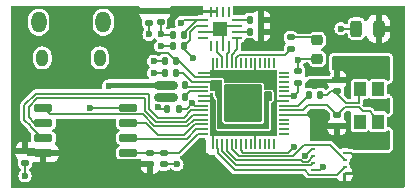
<source format=gtl>
%TF.GenerationSoftware,KiCad,Pcbnew,(6.0.9)*%
%TF.CreationDate,2023-01-06T22:41:28-05:00*%
%TF.ProjectId,Doom Keycap,446f6f6d-204b-4657-9963-61702e6b6963,REV1*%
%TF.SameCoordinates,Original*%
%TF.FileFunction,Copper,L1,Top*%
%TF.FilePolarity,Positive*%
%FSLAX46Y46*%
G04 Gerber Fmt 4.6, Leading zero omitted, Abs format (unit mm)*
G04 Created by KiCad (PCBNEW (6.0.9)) date 2023-01-06 22:41:28*
%MOMM*%
%LPD*%
G01*
G04 APERTURE LIST*
G04 Aperture macros list*
%AMRoundRect*
0 Rectangle with rounded corners*
0 $1 Rounding radius*
0 $2 $3 $4 $5 $6 $7 $8 $9 X,Y pos of 4 corners*
0 Add a 4 corners polygon primitive as box body*
4,1,4,$2,$3,$4,$5,$6,$7,$8,$9,$2,$3,0*
0 Add four circle primitives for the rounded corners*
1,1,$1+$1,$2,$3*
1,1,$1+$1,$4,$5*
1,1,$1+$1,$6,$7*
1,1,$1+$1,$8,$9*
0 Add four rect primitives between the rounded corners*
20,1,$1+$1,$2,$3,$4,$5,0*
20,1,$1+$1,$4,$5,$6,$7,0*
20,1,$1+$1,$6,$7,$8,$9,0*
20,1,$1+$1,$8,$9,$2,$3,0*%
G04 Aperture macros list end*
%TA.AperFunction,SMDPad,CuDef*%
%ADD10RoundRect,0.147500X0.147500X0.172500X-0.147500X0.172500X-0.147500X-0.172500X0.147500X-0.172500X0*%
%TD*%
%TA.AperFunction,SMDPad,CuDef*%
%ADD11RoundRect,0.147500X-0.172500X0.147500X-0.172500X-0.147500X0.172500X-0.147500X0.172500X0.147500X0*%
%TD*%
%TA.AperFunction,SMDPad,CuDef*%
%ADD12RoundRect,0.147500X0.172500X-0.147500X0.172500X0.147500X-0.172500X0.147500X-0.172500X-0.147500X0*%
%TD*%
%TA.AperFunction,SMDPad,CuDef*%
%ADD13RoundRect,0.150000X0.650000X0.150000X-0.650000X0.150000X-0.650000X-0.150000X0.650000X-0.150000X0*%
%TD*%
%TA.AperFunction,SMDPad,CuDef*%
%ADD14RoundRect,0.147500X-0.147500X-0.172500X0.147500X-0.172500X0.147500X0.172500X-0.147500X0.172500X0*%
%TD*%
%TA.AperFunction,SMDPad,CuDef*%
%ADD15RoundRect,0.050000X0.050000X-0.387500X0.050000X0.387500X-0.050000X0.387500X-0.050000X-0.387500X0*%
%TD*%
%TA.AperFunction,SMDPad,CuDef*%
%ADD16RoundRect,0.050000X0.387500X-0.050000X0.387500X0.050000X-0.387500X0.050000X-0.387500X-0.050000X0*%
%TD*%
%TA.AperFunction,ComponentPad*%
%ADD17C,0.600000*%
%TD*%
%TA.AperFunction,SMDPad,CuDef*%
%ADD18RoundRect,0.144000X1.456000X-1.456000X1.456000X1.456000X-1.456000X1.456000X-1.456000X-1.456000X0*%
%TD*%
%TA.AperFunction,SMDPad,CuDef*%
%ADD19R,0.990600X1.244600*%
%TD*%
%TA.AperFunction,SMDPad,CuDef*%
%ADD20RoundRect,0.243750X0.243750X0.456250X-0.243750X0.456250X-0.243750X-0.456250X0.243750X-0.456250X0*%
%TD*%
%TA.AperFunction,SMDPad,CuDef*%
%ADD21RoundRect,0.140000X-0.170000X0.140000X-0.170000X-0.140000X0.170000X-0.140000X0.170000X0.140000X0*%
%TD*%
%TA.AperFunction,SMDPad,CuDef*%
%ADD22RoundRect,0.140000X0.140000X0.170000X-0.140000X0.170000X-0.140000X-0.170000X0.140000X-0.170000X0*%
%TD*%
%TA.AperFunction,SMDPad,CuDef*%
%ADD23R,0.812800X0.254000*%
%TD*%
%TA.AperFunction,SMDPad,CuDef*%
%ADD24R,0.254000X0.812800*%
%TD*%
%TA.AperFunction,SMDPad,CuDef*%
%ADD25R,1.244600X1.244600*%
%TD*%
%TA.AperFunction,SMDPad,CuDef*%
%ADD26RoundRect,0.135000X-0.185000X0.135000X-0.185000X-0.135000X0.185000X-0.135000X0.185000X0.135000X0*%
%TD*%
%TA.AperFunction,SMDPad,CuDef*%
%ADD27RoundRect,0.218750X0.256250X-0.218750X0.256250X0.218750X-0.256250X0.218750X-0.256250X-0.218750X0*%
%TD*%
%TA.AperFunction,SMDPad,CuDef*%
%ADD28R,0.304800X0.254000*%
%TD*%
%TA.AperFunction,ComponentPad*%
%ADD29O,1.050000X1.450000*%
%TD*%
%TA.AperFunction,ComponentPad*%
%ADD30O,1.300000X1.800000*%
%TD*%
%TA.AperFunction,ViaPad*%
%ADD31C,0.600000*%
%TD*%
%TA.AperFunction,Conductor*%
%ADD32C,0.150000*%
%TD*%
%TA.AperFunction,Conductor*%
%ADD33C,0.200000*%
%TD*%
%TA.AperFunction,Conductor*%
%ADD34C,0.800000*%
%TD*%
%TA.AperFunction,Conductor*%
%ADD35C,0.400000*%
%TD*%
G04 APERTURE END LIST*
D10*
X169890000Y-84000000D03*
X168920000Y-84000000D03*
X169890000Y-85000000D03*
X168920000Y-85000000D03*
D11*
X157090000Y-91630000D03*
X157090000Y-92600000D03*
D12*
X167715000Y-92720000D03*
X167715000Y-91750000D03*
D13*
X165840000Y-91770000D03*
X165840000Y-90500000D03*
X165840000Y-89230000D03*
X165840000Y-87960000D03*
X158640000Y-87960000D03*
X158640000Y-89230000D03*
X158640000Y-90500000D03*
X158640000Y-91770000D03*
D12*
X183496545Y-86552361D03*
X183496545Y-85582361D03*
D11*
X168840000Y-91765000D03*
X168840000Y-92735000D03*
D14*
X169630000Y-87012500D03*
X170600000Y-87012500D03*
D12*
X180246581Y-85808972D03*
X180246581Y-84838972D03*
D15*
X172990000Y-91000000D03*
X173390000Y-91000000D03*
X173790000Y-91000000D03*
X174190000Y-91000000D03*
X174590000Y-91000000D03*
X174990000Y-91000000D03*
X175390000Y-91000000D03*
X175790000Y-91000000D03*
X176190000Y-91000000D03*
X176590000Y-91000000D03*
X176990000Y-91000000D03*
X177390000Y-91000000D03*
X177790000Y-91000000D03*
X178190000Y-91000000D03*
D16*
X179027500Y-90162500D03*
X179027500Y-89762500D03*
X179027500Y-89362500D03*
X179027500Y-88962500D03*
X179027500Y-88562500D03*
X179027500Y-88162500D03*
X179027500Y-87762500D03*
X179027500Y-87362500D03*
X179027500Y-86962500D03*
X179027500Y-86562500D03*
X179027500Y-86162500D03*
X179027500Y-85762500D03*
X179027500Y-85362500D03*
X179027500Y-84962500D03*
D15*
X178190000Y-84125000D03*
X177790000Y-84125000D03*
X177390000Y-84125000D03*
X176990000Y-84125000D03*
X176590000Y-84125000D03*
X176190000Y-84125000D03*
X175790000Y-84125000D03*
X175390000Y-84125000D03*
X174990000Y-84125000D03*
X174590000Y-84125000D03*
X174190000Y-84125000D03*
X173790000Y-84125000D03*
X173390000Y-84125000D03*
X172990000Y-84125000D03*
D16*
X172152500Y-84962500D03*
X172152500Y-85362500D03*
X172152500Y-85762500D03*
X172152500Y-86162500D03*
X172152500Y-86562500D03*
X172152500Y-86962500D03*
X172152500Y-87362500D03*
X172152500Y-87762500D03*
X172152500Y-88162500D03*
X172152500Y-88562500D03*
X172152500Y-88962500D03*
X172152500Y-89362500D03*
X172152500Y-89762500D03*
X172152500Y-90162500D03*
D17*
X175590000Y-88837500D03*
X176865000Y-87562500D03*
D18*
X175590000Y-87562500D03*
D17*
X174315000Y-88837500D03*
X175590000Y-86287500D03*
X175590000Y-87562500D03*
X174315000Y-86287500D03*
X176865000Y-86287500D03*
X176865000Y-88837500D03*
X174315000Y-87562500D03*
D11*
X183496545Y-88552361D03*
X183496545Y-89522361D03*
D14*
X169630000Y-86012500D03*
X170600000Y-86012500D03*
D10*
X170123630Y-88010899D03*
X169153630Y-88010899D03*
D14*
X181126545Y-86852361D03*
X182096545Y-86852361D03*
D19*
X187015000Y-89134300D03*
X185415000Y-86365700D03*
X185415000Y-89134300D03*
X187015000Y-86365700D03*
D20*
X187027500Y-81250000D03*
X185152500Y-81250000D03*
D21*
X167590000Y-79770000D03*
X167590000Y-80730000D03*
D22*
X170570000Y-82750000D03*
X169610000Y-82750000D03*
D21*
X168590000Y-79750000D03*
X168590000Y-80710000D03*
D22*
X177070000Y-80500000D03*
X176110000Y-80500000D03*
D23*
X175037800Y-82000001D03*
X175037800Y-81500000D03*
X175037800Y-81000000D03*
X175037800Y-80499999D03*
D24*
X174340001Y-79802200D03*
X173840000Y-79802200D03*
X173340000Y-79802200D03*
X172839999Y-79802200D03*
D23*
X172142200Y-80499999D03*
X172142200Y-81000000D03*
X172142200Y-81500000D03*
X172142200Y-82000001D03*
D24*
X172839999Y-82697800D03*
X173340000Y-82697800D03*
X173840000Y-82697800D03*
X174340001Y-82697800D03*
D25*
X173590000Y-81250000D03*
D26*
X179590000Y-81990000D03*
X179590000Y-83010000D03*
D27*
X181840000Y-83787500D03*
X181840000Y-82212500D03*
D22*
X170570000Y-81750000D03*
X169610000Y-81750000D03*
D28*
X184165400Y-93549999D03*
X181514600Y-93250001D03*
X184165400Y-92949997D03*
X181514600Y-92649999D03*
X184165400Y-92349999D03*
X181514600Y-92050001D03*
X184165400Y-91750000D03*
X181514600Y-91450002D03*
D22*
X177070000Y-81500000D03*
X176110000Y-81500000D03*
D29*
X163415000Y-83730000D03*
D30*
X158265000Y-80700000D03*
X163715000Y-80700000D03*
D29*
X158565000Y-83730000D03*
D31*
X181453045Y-85996861D03*
X186215000Y-87625000D03*
X184465000Y-86625000D03*
X187465000Y-90552361D03*
X184980545Y-90552361D03*
X184980545Y-84552361D03*
X162590000Y-87940000D03*
X157090000Y-93715000D03*
X187590000Y-84552361D03*
X180246581Y-83917970D03*
X183496545Y-90378361D03*
X182340000Y-93000000D03*
X167990000Y-85000000D03*
X168590000Y-82750000D03*
X167990000Y-84000000D03*
X184465000Y-88625000D03*
X173590000Y-81250000D03*
X167590000Y-81730000D03*
X183840000Y-81250000D03*
X168330280Y-87873563D03*
X183485045Y-84790361D03*
X168590000Y-81730000D03*
X181326045Y-88473361D03*
X171340000Y-79750000D03*
X163252500Y-90500000D03*
X162002500Y-92000000D03*
X175340000Y-79750000D03*
X171240000Y-87555500D03*
X173490000Y-86862500D03*
X177690000Y-86962530D03*
X179880000Y-86972500D03*
X169965000Y-92750000D03*
X179840000Y-91250000D03*
X180831422Y-91991422D03*
X168365000Y-87012500D03*
X164189500Y-86099500D03*
X170340000Y-80750000D03*
X171340000Y-83750000D03*
D32*
X185415000Y-89134300D02*
X185840000Y-89559300D01*
X185152500Y-81250000D02*
X183840000Y-81250000D01*
D33*
X168920000Y-84000000D02*
X168090000Y-84000000D01*
D32*
X168590000Y-80710000D02*
X168590000Y-81730000D01*
X175037800Y-81000000D02*
X173840000Y-81000000D01*
D33*
X180246581Y-84838972D02*
X180246581Y-83917970D01*
D32*
X173840000Y-81500000D02*
X173590000Y-81250000D01*
X173340000Y-81500000D02*
X173590000Y-81250000D01*
X183496545Y-84801861D02*
X183485045Y-84790361D01*
X172142200Y-81500000D02*
X173340000Y-81500000D01*
X173840000Y-81000000D02*
X173590000Y-81250000D01*
X183496545Y-85582361D02*
X183496545Y-84801861D01*
D33*
X181240045Y-88559361D02*
X181326045Y-88473361D01*
D32*
X167590000Y-80710000D02*
X167590000Y-81730000D01*
X169610000Y-82750000D02*
X168590000Y-82750000D01*
X162610000Y-87960000D02*
X162590000Y-87940000D01*
X173840000Y-82697800D02*
X173840000Y-81500000D01*
X182089999Y-93250001D02*
X182340000Y-93000000D01*
D33*
X168467616Y-88010899D02*
X169153630Y-88010899D01*
D32*
X180377051Y-83787500D02*
X180246581Y-83917970D01*
D33*
X168330280Y-87873563D02*
X168467616Y-88010899D01*
X183496545Y-89522361D02*
X183496545Y-90378361D01*
D32*
X165840000Y-87960000D02*
X162610000Y-87960000D01*
X181840000Y-83787500D02*
X180377051Y-83787500D01*
X181514600Y-93250001D02*
X182089999Y-93250001D01*
D33*
X168920000Y-85000000D02*
X168090000Y-85000000D01*
D32*
X169610000Y-81750000D02*
X168590000Y-81750000D01*
D33*
X157090000Y-93715000D02*
X157090000Y-92600000D01*
X179027500Y-88562500D02*
X181233500Y-88562500D01*
D32*
X185363045Y-87901861D02*
X185709545Y-88248361D01*
X181034406Y-87752361D02*
X182696545Y-87752361D01*
X185709545Y-88248361D02*
X186340000Y-88250000D01*
D33*
X179027500Y-88162500D02*
X180620861Y-88162500D01*
D32*
X182696545Y-87752361D02*
X183496545Y-88552361D01*
X184147045Y-87901861D02*
X185363045Y-87901861D01*
X183496545Y-88552361D02*
X184147045Y-87901861D01*
D33*
X180627406Y-88159361D02*
X181034406Y-87752361D01*
D32*
X186340000Y-88250000D02*
X187015000Y-89134300D01*
D33*
X180219545Y-87759361D02*
X181126545Y-86852361D01*
X179027500Y-87762500D02*
X180213000Y-87762500D01*
X172152500Y-86962500D02*
X172790000Y-86962500D01*
D32*
X177070000Y-80500000D02*
X177070000Y-81500000D01*
D33*
X170122474Y-84000000D02*
X169890000Y-84000000D01*
X169890000Y-84000000D02*
X169190000Y-83300000D01*
D32*
X173340000Y-79802200D02*
X172839999Y-79802200D01*
D33*
X171484974Y-85362500D02*
X170122474Y-84000000D01*
X176590000Y-84125000D02*
X176590000Y-84962500D01*
X172152500Y-85362500D02*
X172790000Y-85362500D01*
D32*
X167590000Y-79750000D02*
X168590000Y-79750000D01*
D33*
X172990000Y-91000000D02*
X172990000Y-90162500D01*
X172152500Y-84962500D02*
X172990000Y-84962500D01*
X172990000Y-87362500D02*
X172590000Y-87362500D01*
X172152500Y-85362500D02*
X171484974Y-85362500D01*
X172790000Y-85362500D02*
X172990000Y-85162500D01*
X176590000Y-91000000D02*
X176590000Y-90162500D01*
X172152500Y-87362500D02*
X172990000Y-87362500D01*
X167890000Y-83300000D02*
X167840000Y-83250000D01*
X179027500Y-87362500D02*
X178390000Y-87362500D01*
X172990000Y-84125000D02*
X172990000Y-84962500D01*
X169190000Y-83300000D02*
X167890000Y-83300000D01*
X172790000Y-86962500D02*
X172990000Y-87162500D01*
D32*
X184715000Y-91750000D02*
X185215000Y-92250000D01*
X184165400Y-91750000D02*
X184715000Y-91750000D01*
X167642200Y-79697800D02*
X167590000Y-79750000D01*
D33*
X179880000Y-86972500D02*
X180246581Y-86605919D01*
X171240000Y-87555500D02*
X170784601Y-88010899D01*
X172152500Y-87762500D02*
X171447000Y-87762500D01*
D32*
X173590000Y-87162500D02*
X173490000Y-87062500D01*
D33*
X170490000Y-85000000D02*
X169890000Y-85000000D01*
X171252500Y-85762500D02*
X170490000Y-85000000D01*
X179870000Y-86962500D02*
X179027500Y-86962500D01*
X172152500Y-85762500D02*
X172990000Y-85762500D01*
X172152500Y-85762500D02*
X171252500Y-85762500D01*
X171447000Y-87762500D02*
X171240000Y-87555500D01*
D32*
X173490000Y-87062500D02*
X173490000Y-86862500D01*
D33*
X180246581Y-86605919D02*
X180246581Y-85808972D01*
X170784601Y-88010899D02*
X170123630Y-88010899D01*
X179880000Y-86972500D02*
X179870000Y-86962500D01*
D32*
X169965000Y-92750000D02*
X168840000Y-92735000D01*
X181514600Y-91450002D02*
X181372842Y-91450002D01*
X179340000Y-91750000D02*
X175590000Y-91750000D01*
X175390000Y-91550000D02*
X175390000Y-91000000D01*
X179840000Y-91250000D02*
X179340000Y-91750000D01*
X181372842Y-91450002D02*
X180831422Y-91991422D01*
X175590000Y-91750000D02*
X175390000Y-91550000D01*
X175213591Y-92050000D02*
X174590000Y-91426409D01*
X174590000Y-91426409D02*
X174590000Y-91000000D01*
X182913403Y-91098002D02*
X180741998Y-91098002D01*
X179790000Y-92050000D02*
X175213591Y-92050000D01*
X184165400Y-92349999D02*
X182913403Y-91098002D01*
X180741998Y-91098002D02*
X179790000Y-92050000D01*
X180447537Y-92350000D02*
X180613959Y-92516422D01*
X181048179Y-92516422D02*
X181514600Y-92050001D01*
X174190000Y-91000000D02*
X174190000Y-91600000D01*
X174940000Y-92350000D02*
X180447537Y-92350000D01*
X180613959Y-92516422D02*
X181048179Y-92516422D01*
X174190000Y-91600000D02*
X174940000Y-92350000D01*
X173790000Y-91624264D02*
X174982158Y-92816422D01*
X181348177Y-92816422D02*
X181514600Y-92649999D01*
X173790000Y-91000000D02*
X173790000Y-91624264D01*
X174982158Y-92816422D02*
X181348177Y-92816422D01*
X173390000Y-91000000D02*
X173398550Y-91763011D01*
X181137200Y-93602001D02*
X183513396Y-93602001D01*
X173398550Y-91763011D02*
X174840000Y-93250000D01*
X183513396Y-93602001D02*
X184165400Y-92949997D01*
X180785199Y-93250000D02*
X181137200Y-93602001D01*
X174840000Y-93250000D02*
X180785199Y-93250000D01*
X173340000Y-83225000D02*
X173790000Y-83675000D01*
X173340000Y-82697800D02*
X173340000Y-83225000D01*
X173790000Y-83675000D02*
X173790000Y-84125000D01*
X174340001Y-82697800D02*
X174340001Y-83254200D01*
X174190000Y-83404201D02*
X174190000Y-84125000D01*
X174340001Y-83254200D02*
X174190000Y-83404201D01*
X175037800Y-83000000D02*
X174590000Y-83500000D01*
X174590000Y-83500000D02*
X174590000Y-84125000D01*
X175037800Y-82000001D02*
X175037800Y-83000000D01*
X179137500Y-83462500D02*
X179590000Y-83010000D01*
X174990000Y-83698591D02*
X175226091Y-83462500D01*
X175226091Y-83462500D02*
X179137500Y-83462500D01*
X174990000Y-84125000D02*
X174990000Y-83698591D01*
D33*
X167715000Y-91750000D02*
X168825000Y-91750000D01*
D32*
X172152500Y-90162500D02*
X171707500Y-90162500D01*
X171707500Y-90162500D02*
X170105000Y-91765000D01*
X170105000Y-91765000D02*
X168840000Y-91765000D01*
D33*
X168825000Y-91750000D02*
X168840000Y-91765000D01*
X165727500Y-91750000D02*
X167715000Y-91750000D01*
X172152500Y-86562500D02*
X171050000Y-86562500D01*
X171050000Y-86562500D02*
X170600000Y-87012500D01*
X172152500Y-86162500D02*
X170890000Y-86162500D01*
X170890000Y-86162500D02*
X170740000Y-86012500D01*
X170740000Y-86012500D02*
X170600000Y-86012500D01*
X157989341Y-86750000D02*
X157040000Y-87699341D01*
X157040000Y-87699341D02*
X157040000Y-88950000D01*
X158544315Y-90500000D02*
X158640000Y-90500000D01*
X167590000Y-88050432D02*
X167590000Y-86750000D01*
X157590000Y-89500000D02*
X157590000Y-89545685D01*
X170545026Y-88800000D02*
X168339568Y-88800000D01*
X172152500Y-88162500D02*
X171182526Y-88162500D01*
X171182526Y-88162500D02*
X170545026Y-88800000D01*
X168339568Y-88800000D02*
X167590000Y-88050432D01*
X157590000Y-89545685D02*
X158544315Y-90500000D01*
X167590000Y-86750000D02*
X157989341Y-86750000D01*
X157040000Y-88950000D02*
X157590000Y-89500000D01*
X167240000Y-87100000D02*
X158134315Y-87100000D01*
X157880026Y-89230000D02*
X158640000Y-89230000D01*
X170690000Y-89150000D02*
X168194594Y-89150000D01*
X168194594Y-89150000D02*
X167240000Y-88195406D01*
X167240000Y-88195406D02*
X167240000Y-87100000D01*
X157390000Y-88739974D02*
X157880026Y-89230000D01*
X157390000Y-87844315D02*
X157390000Y-88739974D01*
X158134315Y-87100000D02*
X157390000Y-87844315D01*
X171277500Y-88562500D02*
X170690000Y-89150000D01*
X172152500Y-88562500D02*
X171277500Y-88562500D01*
X167059620Y-88510000D02*
X159190000Y-88510000D01*
X168049620Y-89500000D02*
X167059620Y-88510000D01*
X171377500Y-88962500D02*
X170840000Y-89500000D01*
X172152500Y-88962500D02*
X171377500Y-88962500D01*
X159190000Y-88510000D02*
X158640000Y-87960000D01*
X170840000Y-89500000D02*
X168049620Y-89500000D01*
D32*
X165860000Y-89250000D02*
X165840000Y-89230000D01*
X170590000Y-90250000D02*
X168340000Y-90250000D01*
X168340000Y-90250000D02*
X167340000Y-89250000D01*
X171477500Y-89362500D02*
X170590000Y-90250000D01*
X167340000Y-89250000D02*
X165860000Y-89250000D01*
X172152500Y-89362500D02*
X171477500Y-89362500D01*
X165890000Y-90550000D02*
X165840000Y-90500000D01*
X170790000Y-90550000D02*
X165890000Y-90550000D01*
X171577500Y-89762500D02*
X170790000Y-90550000D01*
X172152500Y-89762500D02*
X171577500Y-89762500D01*
D34*
X169630000Y-87012500D02*
X168365000Y-87012500D01*
X169102500Y-86012500D02*
X168365000Y-86012500D01*
X169630000Y-86012500D02*
X169102500Y-86012500D01*
D35*
X164289000Y-86000000D02*
X164276500Y-86012500D01*
X168340000Y-86000000D02*
X164289000Y-86000000D01*
D32*
X182996545Y-86552361D02*
X183496545Y-86552361D01*
X185363045Y-87520861D02*
X185415000Y-86365700D01*
X183496545Y-86552361D02*
X183496545Y-86749861D01*
X183496545Y-86749861D02*
X184267545Y-87520861D01*
X182696545Y-86852361D02*
X182996545Y-86552361D01*
X182096545Y-86852361D02*
X182696545Y-86852361D01*
X184267545Y-87520861D02*
X185363045Y-87520861D01*
X171658801Y-80499999D02*
X172142200Y-80499999D01*
X170570000Y-81750000D02*
X170570000Y-81588800D01*
X170590001Y-80499999D02*
X172142200Y-80499999D01*
X170340000Y-80750000D02*
X170590001Y-80499999D01*
X170570000Y-81588800D02*
X171658801Y-80499999D01*
X170570000Y-82750000D02*
X170570000Y-82980000D01*
X171590000Y-81000000D02*
X172142200Y-81000000D01*
X171090000Y-82230000D02*
X171090000Y-81500000D01*
X171090000Y-81500000D02*
X171590000Y-81000000D01*
X170570000Y-82980000D02*
X171340000Y-83750000D01*
X170570000Y-82750000D02*
X171090000Y-82230000D01*
X175037800Y-81500000D02*
X176110000Y-81500000D01*
X175037800Y-80499999D02*
X176110000Y-80500000D01*
X179590000Y-81990000D02*
X181617500Y-81990000D01*
X181617500Y-81990000D02*
X181840000Y-82212500D01*
%TA.AperFunction,Conductor*%
G36*
X173763566Y-85579813D02*
G01*
X173788876Y-85623650D01*
X173790000Y-85636500D01*
X173790000Y-89162500D01*
X173832016Y-89162500D01*
X173879582Y-89179813D01*
X173886990Y-89187968D01*
X173887091Y-89188196D01*
X173888226Y-89189329D01*
X173959898Y-89260877D01*
X173959900Y-89260878D01*
X173964735Y-89265705D01*
X174065077Y-89310065D01*
X174081403Y-89311969D01*
X174088122Y-89312752D01*
X174088124Y-89312752D01*
X174090250Y-89313000D01*
X177089750Y-89313000D01*
X177102023Y-89311540D01*
X177109918Y-89310601D01*
X177109919Y-89310601D01*
X177115432Y-89309945D01*
X177120503Y-89307693D01*
X177120505Y-89307692D01*
X177209451Y-89268183D01*
X177215696Y-89265409D01*
X177246782Y-89234269D01*
X177288377Y-89192602D01*
X177288378Y-89192600D01*
X177293205Y-89187765D01*
X177337565Y-89087423D01*
X177340500Y-89062250D01*
X177340500Y-86636500D01*
X177357813Y-86588934D01*
X177401650Y-86563624D01*
X177414500Y-86562500D01*
X177916000Y-86562500D01*
X177963566Y-86579813D01*
X177988876Y-86623650D01*
X177990000Y-86636500D01*
X177990000Y-87288500D01*
X177972687Y-87336066D01*
X177928850Y-87361376D01*
X177916000Y-87362500D01*
X177790000Y-87362500D01*
X177790000Y-89688500D01*
X177772687Y-89736066D01*
X177728850Y-89761376D01*
X177716000Y-89762500D01*
X173464000Y-89762500D01*
X173416434Y-89745187D01*
X173391124Y-89701350D01*
X173390000Y-89688500D01*
X173390000Y-86962500D01*
X173264000Y-86962500D01*
X173216434Y-86945187D01*
X173191124Y-86901350D01*
X173190000Y-86888500D01*
X173190000Y-86562500D01*
X172864000Y-86562500D01*
X172816434Y-86545187D01*
X172791124Y-86501350D01*
X172790000Y-86488500D01*
X172790000Y-85678638D01*
X172807313Y-85631072D01*
X172849563Y-85606060D01*
X172887741Y-85598466D01*
X172906402Y-85585997D01*
X172917535Y-85578558D01*
X172917538Y-85578556D01*
X172922907Y-85574969D01*
X172964016Y-85562500D01*
X173716000Y-85562500D01*
X173763566Y-85579813D01*
G37*
%TD.AperFunction*%
%TA.AperFunction,Conductor*%
G36*
X178390000Y-90362500D02*
G01*
X172790000Y-90362500D01*
X172790000Y-86701046D01*
X172797013Y-86703598D01*
X172810815Y-86708622D01*
X172813989Y-86709182D01*
X172813994Y-86709183D01*
X172839003Y-86713592D01*
X172864000Y-86718000D01*
X172960500Y-86718000D01*
X173008066Y-86735313D01*
X173033376Y-86779150D01*
X173034500Y-86792000D01*
X173034500Y-86888500D01*
X173035091Y-86902050D01*
X173036215Y-86914900D01*
X173037429Y-86918749D01*
X173037430Y-86918756D01*
X173044964Y-86942649D01*
X173047764Y-86955306D01*
X173051633Y-86984894D01*
X173103605Y-87103010D01*
X173106997Y-87107045D01*
X173183249Y-87197759D01*
X173183252Y-87197762D01*
X173186639Y-87201791D01*
X173191023Y-87204709D01*
X173201506Y-87211687D01*
X173231508Y-87252457D01*
X173234500Y-87273287D01*
X173234500Y-89688500D01*
X173235091Y-89702050D01*
X173236215Y-89714900D01*
X173256458Y-89779102D01*
X173281768Y-89822939D01*
X173297313Y-89845140D01*
X173302617Y-89848854D01*
X173316964Y-89858900D01*
X173363249Y-89891309D01*
X173410815Y-89908622D01*
X173413989Y-89909182D01*
X173413994Y-89909183D01*
X173439003Y-89913592D01*
X173464000Y-89918000D01*
X177716000Y-89918000D01*
X177723065Y-89917692D01*
X177728757Y-89917444D01*
X177728776Y-89917443D01*
X177729550Y-89917409D01*
X177742400Y-89916285D01*
X177746253Y-89915070D01*
X177746254Y-89915070D01*
X177802745Y-89897258D01*
X177802744Y-89897258D01*
X177806602Y-89896042D01*
X177850439Y-89870732D01*
X177851748Y-89869816D01*
X177851755Y-89869811D01*
X177867337Y-89858900D01*
X177872640Y-89855187D01*
X177877075Y-89848854D01*
X177916025Y-89793227D01*
X177918809Y-89789251D01*
X177936122Y-89741685D01*
X177945500Y-89688500D01*
X177945500Y-87569567D01*
X177962813Y-87522001D01*
X177997245Y-87498993D01*
X178002744Y-87497259D01*
X178002748Y-87497257D01*
X178006602Y-87496042D01*
X178050439Y-87470732D01*
X178051748Y-87469816D01*
X178051755Y-87469811D01*
X178067337Y-87458900D01*
X178072640Y-87455187D01*
X178118809Y-87389251D01*
X178136122Y-87341685D01*
X178145500Y-87288500D01*
X178145500Y-86636500D01*
X178144909Y-86622950D01*
X178143785Y-86610100D01*
X178123542Y-86545898D01*
X178098232Y-86502061D01*
X178082687Y-86479860D01*
X178016751Y-86433691D01*
X177969185Y-86416378D01*
X177966011Y-86415818D01*
X177966006Y-86415817D01*
X177940997Y-86411408D01*
X177916000Y-86407000D01*
X177414500Y-86407000D01*
X177366934Y-86389687D01*
X177341624Y-86345850D01*
X177340500Y-86333000D01*
X177340500Y-86062750D01*
X177337445Y-86037068D01*
X177292909Y-85936804D01*
X177246756Y-85890731D01*
X177220102Y-85864123D01*
X177220100Y-85864122D01*
X177215265Y-85859295D01*
X177114923Y-85814935D01*
X177098597Y-85813031D01*
X177091878Y-85812248D01*
X177091876Y-85812248D01*
X177089750Y-85812000D01*
X174090250Y-85812000D01*
X174077977Y-85813460D01*
X174070082Y-85814399D01*
X174070081Y-85814399D01*
X174064568Y-85815055D01*
X174059496Y-85817308D01*
X174059492Y-85817309D01*
X174049539Y-85821730D01*
X173999040Y-85825216D01*
X173958115Y-85795427D01*
X173945500Y-85754101D01*
X173945500Y-85636500D01*
X173944909Y-85622950D01*
X173943785Y-85610100D01*
X173923542Y-85545898D01*
X173898232Y-85502061D01*
X173882687Y-85479860D01*
X173836587Y-85447580D01*
X173820727Y-85436475D01*
X173816751Y-85433691D01*
X173769185Y-85416378D01*
X173766011Y-85415818D01*
X173766006Y-85415817D01*
X173740997Y-85411408D01*
X173716000Y-85407000D01*
X172964016Y-85407000D01*
X172918881Y-85413694D01*
X172916268Y-85414487D01*
X172916266Y-85414487D01*
X172910032Y-85416378D01*
X172877772Y-85426163D01*
X172836516Y-85445675D01*
X172834261Y-85447182D01*
X172833558Y-85447580D01*
X172819499Y-85453494D01*
X172819227Y-85453548D01*
X172816312Y-85454663D01*
X172816306Y-85454665D01*
X172790000Y-85464730D01*
X172790000Y-84762500D01*
X178390000Y-84762500D01*
X178390000Y-90362500D01*
G37*
%TD.AperFunction*%
%TA.AperFunction,Conductor*%
G36*
X158211116Y-79320502D02*
G01*
X158257609Y-79374158D01*
X158265616Y-79429849D01*
X158268741Y-79383030D01*
X158311017Y-79325993D01*
X158377418Y-79300865D01*
X158387005Y-79300500D01*
X163592995Y-79300500D01*
X163661116Y-79320502D01*
X163707609Y-79374158D01*
X163715616Y-79429849D01*
X163718741Y-79383030D01*
X163761017Y-79325993D01*
X163827418Y-79300865D01*
X163837005Y-79300500D01*
X166673119Y-79300500D01*
X166741240Y-79320502D01*
X166787733Y-79374158D01*
X166797837Y-79444432D01*
X166794116Y-79461652D01*
X166783381Y-79498603D01*
X166783421Y-79512705D01*
X166790691Y-79516000D01*
X167713885Y-79516000D01*
X167764616Y-79501104D01*
X167800114Y-79496000D01*
X169383558Y-79496000D01*
X169397089Y-79492027D01*
X169398224Y-79484130D01*
X169391694Y-79461654D01*
X169391896Y-79390657D01*
X169430450Y-79331041D01*
X169495115Y-79301732D01*
X169512691Y-79300500D01*
X172078999Y-79300500D01*
X172147120Y-79320502D01*
X172193613Y-79374158D01*
X172204999Y-79426500D01*
X172204999Y-79657085D01*
X172209474Y-79672324D01*
X172210864Y-79673529D01*
X172218547Y-79675200D01*
X173336500Y-79675200D01*
X173404621Y-79695202D01*
X173451114Y-79748858D01*
X173462500Y-79801200D01*
X173462500Y-79803200D01*
X173442498Y-79871321D01*
X173388842Y-79917814D01*
X173336500Y-79929200D01*
X172223115Y-79929200D01*
X172207876Y-79933675D01*
X172206671Y-79935065D01*
X172205000Y-79942748D01*
X172205000Y-79996499D01*
X172184998Y-80064620D01*
X172131342Y-80111113D01*
X172079000Y-80122499D01*
X171711126Y-80122499D01*
X171638060Y-80137033D01*
X171627744Y-80143926D01*
X171627741Y-80143927D01*
X171613768Y-80153264D01*
X171543766Y-80174499D01*
X170609711Y-80174499D01*
X170598729Y-80174019D01*
X170572181Y-80171696D01*
X170572179Y-80171696D01*
X170561194Y-80170735D01*
X170524786Y-80180491D01*
X170514059Y-80182869D01*
X170487810Y-80187497D01*
X170487809Y-80187497D01*
X170476956Y-80189411D01*
X170467410Y-80194922D01*
X170462886Y-80196569D01*
X170403345Y-80203090D01*
X170348188Y-80195828D01*
X170340000Y-80194750D01*
X170196291Y-80213670D01*
X170062375Y-80269139D01*
X169947379Y-80357379D01*
X169859139Y-80472375D01*
X169803670Y-80606291D01*
X169784750Y-80750000D01*
X169803670Y-80893709D01*
X169806832Y-80901343D01*
X169854026Y-81015283D01*
X169861615Y-81085873D01*
X169829835Y-81149359D01*
X169768777Y-81185586D01*
X169737617Y-81189500D01*
X169474462Y-81189501D01*
X169439266Y-81189501D01*
X169434372Y-81190276D01*
X169434373Y-81190276D01*
X169357617Y-81202432D01*
X169357616Y-81202432D01*
X169347825Y-81203983D01*
X169338992Y-81208484D01*
X169338991Y-81208484D01*
X169246666Y-81255526D01*
X169176889Y-81268630D01*
X169111104Y-81241930D01*
X169070198Y-81183902D01*
X169067158Y-81112971D01*
X169081095Y-81083021D01*
X169079859Y-81082391D01*
X169123270Y-80997192D01*
X169136017Y-80972175D01*
X169150500Y-80880735D01*
X169150499Y-80539266D01*
X169143676Y-80496185D01*
X169152776Y-80425774D01*
X169179030Y-80387380D01*
X169270484Y-80295926D01*
X169280124Y-80283499D01*
X169355396Y-80156220D01*
X169361643Y-80141784D01*
X169396619Y-80021395D01*
X169396579Y-80007295D01*
X169389309Y-80004000D01*
X168466115Y-80004000D01*
X168415384Y-80018896D01*
X168379886Y-80024000D01*
X166796442Y-80024000D01*
X166782911Y-80027973D01*
X166781776Y-80035871D01*
X166818357Y-80161784D01*
X166824604Y-80176220D01*
X166899876Y-80303499D01*
X166909516Y-80315926D01*
X167000969Y-80407379D01*
X167034995Y-80469691D01*
X167036323Y-80516184D01*
X167031883Y-80544221D01*
X167029500Y-80559265D01*
X167029501Y-80900734D01*
X167043983Y-80992175D01*
X167100141Y-81102391D01*
X167179052Y-81181302D01*
X167213078Y-81243614D01*
X167208013Y-81314429D01*
X167189919Y-81347101D01*
X167109139Y-81452375D01*
X167053670Y-81586291D01*
X167034750Y-81730000D01*
X167053670Y-81873709D01*
X167109139Y-82007625D01*
X167197379Y-82122621D01*
X167312375Y-82210861D01*
X167446291Y-82266330D01*
X167590000Y-82285250D01*
X167733709Y-82266330D01*
X167867625Y-82210861D01*
X167982621Y-82122621D01*
X167990038Y-82112955D01*
X167992725Y-82110993D01*
X167993488Y-82110230D01*
X167993607Y-82110349D01*
X168047376Y-82071088D01*
X168118247Y-82066866D01*
X168180149Y-82101630D01*
X168189962Y-82112955D01*
X168197379Y-82122621D01*
X168220079Y-82140039D01*
X168261945Y-82197376D01*
X168266166Y-82268247D01*
X168231401Y-82330150D01*
X168220085Y-82339956D01*
X168197379Y-82357379D01*
X168109139Y-82472375D01*
X168053670Y-82606291D01*
X168034750Y-82750000D01*
X168053670Y-82893709D01*
X168109139Y-83027625D01*
X168197379Y-83142621D01*
X168312375Y-83230861D01*
X168446291Y-83286330D01*
X168462070Y-83288407D01*
X168526995Y-83317127D01*
X168566088Y-83376391D01*
X168566935Y-83447383D01*
X168534719Y-83502424D01*
X168487430Y-83549713D01*
X168425118Y-83583739D01*
X168354303Y-83578674D01*
X168321636Y-83560583D01*
X168267625Y-83519139D01*
X168133709Y-83463670D01*
X167990000Y-83444750D01*
X167846291Y-83463670D01*
X167712375Y-83519139D01*
X167597379Y-83607379D01*
X167509139Y-83722375D01*
X167453670Y-83856291D01*
X167434750Y-84000000D01*
X167453670Y-84143709D01*
X167509139Y-84277625D01*
X167597379Y-84392621D01*
X167603929Y-84397647D01*
X167607045Y-84400038D01*
X167609007Y-84402725D01*
X167609770Y-84403488D01*
X167609651Y-84403607D01*
X167648912Y-84457376D01*
X167653134Y-84528247D01*
X167618370Y-84590149D01*
X167607045Y-84599962D01*
X167597379Y-84607379D01*
X167509139Y-84722375D01*
X167453670Y-84856291D01*
X167434750Y-85000000D01*
X167453670Y-85143709D01*
X167509139Y-85277625D01*
X167549688Y-85330469D01*
X167562216Y-85346796D01*
X167587817Y-85413016D01*
X167573552Y-85482565D01*
X167523951Y-85533361D01*
X167462254Y-85549500D01*
X164323220Y-85549500D01*
X164308411Y-85548627D01*
X164284043Y-85545743D01*
X164274690Y-85544636D01*
X164265426Y-85546328D01*
X164265423Y-85546328D01*
X164259696Y-85547374D01*
X164220615Y-85548346D01*
X164197690Y-85545328D01*
X164197688Y-85545328D01*
X164189500Y-85544250D01*
X164045791Y-85563170D01*
X163911875Y-85618639D01*
X163796879Y-85706879D01*
X163708639Y-85821875D01*
X163653170Y-85955791D01*
X163634250Y-86099500D01*
X163653170Y-86243209D01*
X163653586Y-86244213D01*
X163651973Y-86311869D01*
X163612177Y-86370664D01*
X163546911Y-86398609D01*
X163531957Y-86399500D01*
X158040165Y-86399500D01*
X158021066Y-86397467D01*
X158016258Y-86397240D01*
X158006080Y-86395049D01*
X157976002Y-86398609D01*
X157975850Y-86398627D01*
X157970595Y-86398937D01*
X157970606Y-86399072D01*
X157965427Y-86399500D01*
X157960226Y-86399500D01*
X157955098Y-86400354D01*
X157955092Y-86400354D01*
X157942868Y-86402389D01*
X157936992Y-86403226D01*
X157900542Y-86407540D01*
X157900540Y-86407540D01*
X157890203Y-86408764D01*
X157882583Y-86412423D01*
X157874238Y-86413812D01*
X157863943Y-86419367D01*
X157832761Y-86436192D01*
X157827476Y-86438884D01*
X157785015Y-86459274D01*
X157781067Y-86462592D01*
X157779134Y-86464525D01*
X157777537Y-86465990D01*
X157777047Y-86466254D01*
X157777028Y-86466234D01*
X157776939Y-86466313D01*
X157771547Y-86469222D01*
X157764477Y-86476870D01*
X157764476Y-86476871D01*
X157737886Y-86505636D01*
X157734457Y-86509202D01*
X156828101Y-87415558D01*
X156813147Y-87427636D01*
X156809595Y-87430868D01*
X156800848Y-87436516D01*
X156794402Y-87444693D01*
X156781998Y-87460427D01*
X156778501Y-87464362D01*
X156778605Y-87464450D01*
X156775250Y-87468409D01*
X156771572Y-87472087D01*
X156768553Y-87476312D01*
X156768546Y-87476320D01*
X156761328Y-87486421D01*
X156757764Y-87491168D01*
X156728608Y-87528152D01*
X156725807Y-87536128D01*
X156720889Y-87543010D01*
X156707381Y-87588177D01*
X156705559Y-87593783D01*
X156692572Y-87630764D01*
X156692571Y-87630770D01*
X156689945Y-87638247D01*
X156689500Y-87643385D01*
X156689500Y-87646104D01*
X156689405Y-87648286D01*
X156689245Y-87648821D01*
X156689218Y-87648820D01*
X156689211Y-87648938D01*
X156687456Y-87654805D01*
X156687865Y-87665213D01*
X156689403Y-87704360D01*
X156689500Y-87709307D01*
X156689500Y-88899176D01*
X156687467Y-88918275D01*
X156687240Y-88923083D01*
X156685049Y-88933261D01*
X156686273Y-88943600D01*
X156688627Y-88963491D01*
X156688937Y-88968746D01*
X156689072Y-88968735D01*
X156689500Y-88973914D01*
X156689500Y-88979115D01*
X156690354Y-88984243D01*
X156690354Y-88984249D01*
X156692389Y-88996473D01*
X156693226Y-89002349D01*
X156698764Y-89049138D01*
X156702423Y-89056758D01*
X156703812Y-89065103D01*
X156718051Y-89091492D01*
X156726192Y-89106580D01*
X156728884Y-89111865D01*
X156749274Y-89154326D01*
X156752592Y-89158274D01*
X156754525Y-89160207D01*
X156755990Y-89161804D01*
X156756254Y-89162294D01*
X156756234Y-89162313D01*
X156756313Y-89162402D01*
X156759222Y-89167794D01*
X156766870Y-89174864D01*
X156766871Y-89174865D01*
X156795636Y-89201455D01*
X156799202Y-89204884D01*
X157239257Y-89644939D01*
X157261050Y-89674202D01*
X157276192Y-89702265D01*
X157278884Y-89707550D01*
X157299274Y-89750011D01*
X157302592Y-89753959D01*
X157304525Y-89755892D01*
X157305990Y-89757489D01*
X157306254Y-89757979D01*
X157306234Y-89757998D01*
X157306313Y-89758087D01*
X157309222Y-89763479D01*
X157316870Y-89770549D01*
X157316871Y-89770550D01*
X157345636Y-89797140D01*
X157349202Y-89800569D01*
X157596658Y-90048025D01*
X157630684Y-90110337D01*
X157625619Y-90181152D01*
X157619831Y-90194321D01*
X157604354Y-90224696D01*
X157602804Y-90234485D01*
X157602803Y-90234487D01*
X157599214Y-90257146D01*
X157589500Y-90318481D01*
X157589501Y-90681518D01*
X157593868Y-90709092D01*
X157584768Y-90779503D01*
X157539045Y-90833816D01*
X157471217Y-90854788D01*
X157434267Y-90849798D01*
X157372046Y-90831721D01*
X157361365Y-90829771D01*
X157346969Y-90832795D01*
X157344000Y-90844258D01*
X157344000Y-91357885D01*
X157348475Y-91373124D01*
X157349865Y-91374329D01*
X157357548Y-91376000D01*
X157832000Y-91376000D01*
X157900121Y-91396002D01*
X157946614Y-91449658D01*
X157954546Y-91486120D01*
X157962475Y-91513124D01*
X157963865Y-91514329D01*
X157971548Y-91516000D01*
X159926878Y-91516000D01*
X159940409Y-91512027D01*
X159941544Y-91504129D01*
X159900893Y-91364210D01*
X159894648Y-91349779D01*
X159818089Y-91220322D01*
X159808449Y-91207896D01*
X159702104Y-91101551D01*
X159689677Y-91091911D01*
X159653973Y-91070796D01*
X159605520Y-91018903D01*
X159592815Y-90949053D01*
X159614971Y-90891421D01*
X159618050Y-90888342D01*
X159623127Y-90878379D01*
X159649833Y-90825964D01*
X159675646Y-90775304D01*
X159679155Y-90753153D01*
X159685408Y-90713670D01*
X159690500Y-90681519D01*
X159690499Y-90318482D01*
X159689540Y-90312425D01*
X159677198Y-90234494D01*
X159677197Y-90234492D01*
X159675646Y-90224696D01*
X159618050Y-90111658D01*
X159528342Y-90021950D01*
X159440647Y-89977267D01*
X159389032Y-89928519D01*
X159371966Y-89859604D01*
X159394867Y-89792402D01*
X159440647Y-89752733D01*
X159499089Y-89722955D01*
X159528342Y-89708050D01*
X159618050Y-89618342D01*
X159675646Y-89505304D01*
X159678636Y-89486429D01*
X159683273Y-89457146D01*
X159690500Y-89411519D01*
X159690499Y-89048482D01*
X159683804Y-89006209D01*
X159692904Y-88935799D01*
X159738627Y-88881485D01*
X159808253Y-88860500D01*
X164671746Y-88860500D01*
X164739867Y-88880502D01*
X164786360Y-88934158D01*
X164796195Y-89006210D01*
X164789500Y-89048481D01*
X164789501Y-89411518D01*
X164790276Y-89416409D01*
X164790276Y-89416412D01*
X164802167Y-89491492D01*
X164804354Y-89505304D01*
X164861950Y-89618342D01*
X164951658Y-89708050D01*
X164980911Y-89722955D01*
X165039353Y-89752733D01*
X165090968Y-89801481D01*
X165108034Y-89870396D01*
X165085133Y-89937598D01*
X165039353Y-89977267D01*
X164951658Y-90021950D01*
X164861950Y-90111658D01*
X164804354Y-90224696D01*
X164802804Y-90234485D01*
X164802803Y-90234487D01*
X164799214Y-90257146D01*
X164789500Y-90318481D01*
X164789501Y-90681518D01*
X164790276Y-90686409D01*
X164790276Y-90686412D01*
X164795094Y-90716831D01*
X164804354Y-90775304D01*
X164861950Y-90888342D01*
X164951658Y-90978050D01*
X164960491Y-90982550D01*
X164960490Y-90982550D01*
X165039353Y-91022733D01*
X165090968Y-91071481D01*
X165108034Y-91140396D01*
X165085133Y-91207598D01*
X165039353Y-91247267D01*
X164951658Y-91291950D01*
X164861950Y-91381658D01*
X164804354Y-91494696D01*
X164802804Y-91504485D01*
X164802803Y-91504487D01*
X164800236Y-91520698D01*
X164789500Y-91588481D01*
X164789501Y-91951518D01*
X164790276Y-91956411D01*
X164790276Y-91956412D01*
X164801502Y-92027294D01*
X164804354Y-92045304D01*
X164808857Y-92054141D01*
X164808857Y-92054142D01*
X164809040Y-92054501D01*
X164861950Y-92158342D01*
X164951658Y-92248050D01*
X165064696Y-92305646D01*
X165074485Y-92307196D01*
X165074487Y-92307197D01*
X165101849Y-92311530D01*
X165158481Y-92320500D01*
X165839862Y-92320500D01*
X166521518Y-92320499D01*
X166530655Y-92319052D01*
X166605506Y-92307198D01*
X166605508Y-92307197D01*
X166615304Y-92305646D01*
X166632079Y-92297099D01*
X166728342Y-92248050D01*
X166729236Y-92249805D01*
X166784407Y-92230115D01*
X166853560Y-92246190D01*
X166903045Y-92297099D01*
X166917150Y-92366681D01*
X166912608Y-92391061D01*
X166895891Y-92448603D01*
X166895931Y-92462705D01*
X166903201Y-92466000D01*
X167843000Y-92466000D01*
X167911121Y-92486002D01*
X167957614Y-92539658D01*
X167969000Y-92592000D01*
X167969000Y-93503681D01*
X167973344Y-93518476D01*
X167984840Y-93520508D01*
X167997043Y-93518279D01*
X168142287Y-93476082D01*
X168156724Y-93469834D01*
X168285627Y-93393601D01*
X168298065Y-93383952D01*
X168394312Y-93287705D01*
X168456624Y-93253679D01*
X168524592Y-93258540D01*
X168524711Y-93258173D01*
X168526194Y-93258655D01*
X168527439Y-93258744D01*
X168530192Y-93259954D01*
X168534145Y-93261238D01*
X168542978Y-93265739D01*
X168636177Y-93280500D01*
X168839979Y-93280500D01*
X169043822Y-93280499D01*
X169048716Y-93279724D01*
X169127225Y-93267291D01*
X169127228Y-93267290D01*
X169137022Y-93265739D01*
X169150751Y-93258744D01*
X169188330Y-93239596D01*
X169249355Y-93208502D01*
X169338502Y-93119355D01*
X169339340Y-93117711D01*
X169392011Y-93077095D01*
X169439406Y-93068521D01*
X169455218Y-93068732D01*
X169523066Y-93089641D01*
X169553500Y-93118018D01*
X169567349Y-93136067D01*
X169567353Y-93136071D01*
X169572379Y-93142621D01*
X169578929Y-93147647D01*
X169578932Y-93147650D01*
X169614233Y-93174737D01*
X169687375Y-93230861D01*
X169821291Y-93286330D01*
X169965000Y-93305250D01*
X170108709Y-93286330D01*
X170242625Y-93230861D01*
X170357621Y-93142621D01*
X170445861Y-93027625D01*
X170501330Y-92893709D01*
X170520250Y-92750000D01*
X170501330Y-92606291D01*
X170445861Y-92472375D01*
X170357621Y-92357379D01*
X170242625Y-92269139D01*
X170244357Y-92266882D01*
X170204916Y-92225506D01*
X170191489Y-92155790D01*
X170217885Y-92089883D01*
X170246565Y-92067238D01*
X170244685Y-92064553D01*
X170275544Y-92042945D01*
X170284815Y-92037039D01*
X170307906Y-92023707D01*
X170317455Y-92018194D01*
X170341685Y-91989317D01*
X170349111Y-91981215D01*
X171780422Y-90549905D01*
X171842734Y-90515879D01*
X171869517Y-90513000D01*
X172256000Y-90513000D01*
X172324121Y-90533002D01*
X172370614Y-90586658D01*
X172382000Y-90639000D01*
X172382001Y-91427054D01*
X172382456Y-91434611D01*
X172392041Y-91513820D01*
X172395992Y-91529378D01*
X172446128Y-91656008D01*
X172454490Y-91670848D01*
X172536533Y-91778935D01*
X172548565Y-91790967D01*
X172656652Y-91873010D01*
X172671492Y-91881372D01*
X172798123Y-91931508D01*
X172813681Y-91935459D01*
X172892887Y-91945045D01*
X172900439Y-91945500D01*
X173064229Y-91945499D01*
X173132350Y-91965501D01*
X173147455Y-91978652D01*
X173147752Y-91978290D01*
X173172210Y-91998350D01*
X173182773Y-92008072D01*
X174590144Y-93459904D01*
X174595010Y-93464924D01*
X174601055Y-93471624D01*
X174627545Y-93503194D01*
X174637088Y-93508704D01*
X174637092Y-93508707D01*
X174657142Y-93520283D01*
X174668004Y-93527322D01*
X174695675Y-93547345D01*
X174706272Y-93550362D01*
X174711720Y-93553006D01*
X174717410Y-93555077D01*
X174726955Y-93560588D01*
X174760599Y-93566521D01*
X174773219Y-93569422D01*
X174795471Y-93575757D01*
X174795473Y-93575757D01*
X174806077Y-93578776D01*
X174817074Y-93577986D01*
X174847169Y-93575824D01*
X174856197Y-93575500D01*
X180598183Y-93575500D01*
X180666304Y-93595502D01*
X180687278Y-93612405D01*
X180893089Y-93818216D01*
X180900516Y-93826320D01*
X180924745Y-93855195D01*
X180934294Y-93860708D01*
X180957385Y-93874040D01*
X180966656Y-93879946D01*
X180997516Y-93901555D01*
X181008166Y-93904409D01*
X181011334Y-93905886D01*
X181014610Y-93907078D01*
X181024155Y-93912589D01*
X181057899Y-93918539D01*
X181061258Y-93919131D01*
X181071985Y-93921509D01*
X181108393Y-93931265D01*
X181119369Y-93930305D01*
X181119372Y-93930305D01*
X181145943Y-93927980D01*
X181156924Y-93927501D01*
X183493686Y-93927501D01*
X183504646Y-93927979D01*
X183514455Y-93928837D01*
X183580570Y-93954700D01*
X183604296Y-93978792D01*
X183644715Y-94032723D01*
X183657276Y-94045284D01*
X183759351Y-94121785D01*
X183774946Y-94130323D01*
X183895394Y-94175477D01*
X183910649Y-94179104D01*
X183961514Y-94184630D01*
X183968328Y-94184999D01*
X184020285Y-94184999D01*
X184035524Y-94180524D01*
X184036729Y-94179134D01*
X184038400Y-94171451D01*
X184038400Y-94166883D01*
X184292400Y-94166883D01*
X184296875Y-94182122D01*
X184298265Y-94183327D01*
X184305948Y-94184998D01*
X184362469Y-94184998D01*
X184369290Y-94184628D01*
X184420152Y-94179104D01*
X184435404Y-94175478D01*
X184555854Y-94130323D01*
X184571449Y-94121785D01*
X184673524Y-94045284D01*
X184686085Y-94032723D01*
X184762586Y-93930648D01*
X184771124Y-93915053D01*
X184816278Y-93794605D01*
X184819905Y-93779350D01*
X184825431Y-93728485D01*
X184825800Y-93721671D01*
X184825800Y-93695114D01*
X184821325Y-93679875D01*
X184819935Y-93678670D01*
X184812252Y-93676999D01*
X184310515Y-93676999D01*
X184295276Y-93681474D01*
X184294071Y-93682864D01*
X184292400Y-93690547D01*
X184292400Y-94166883D01*
X184038400Y-94166883D01*
X184038400Y-93589513D01*
X184058402Y-93521392D01*
X184075305Y-93500418D01*
X184115819Y-93459904D01*
X184178131Y-93425878D01*
X184204914Y-93422999D01*
X184807684Y-93422999D01*
X184822923Y-93418524D01*
X184824128Y-93417134D01*
X184825799Y-93409451D01*
X184825799Y-93378330D01*
X184825429Y-93371509D01*
X184819905Y-93320647D01*
X184816279Y-93305395D01*
X184771124Y-93184945D01*
X184762586Y-93169350D01*
X184686085Y-93067275D01*
X184673524Y-93054714D01*
X184618735Y-93013652D01*
X184576220Y-92956793D01*
X184568300Y-92912826D01*
X184568300Y-92798323D01*
X184553766Y-92725257D01*
X184546871Y-92714937D01*
X184542123Y-92703476D01*
X184544739Y-92702392D01*
X184529038Y-92652242D01*
X184545044Y-92597730D01*
X184542123Y-92596520D01*
X184546871Y-92585059D01*
X184553766Y-92574739D01*
X184568300Y-92501673D01*
X184568300Y-92387173D01*
X184588302Y-92319052D01*
X184618735Y-92286347D01*
X184673524Y-92245285D01*
X184686085Y-92232724D01*
X184762586Y-92130649D01*
X184771124Y-92115054D01*
X184816278Y-91994606D01*
X184819905Y-91979351D01*
X184825431Y-91928486D01*
X184825800Y-91921672D01*
X184825800Y-91898419D01*
X184845802Y-91830298D01*
X184899458Y-91783805D01*
X184968764Y-91773566D01*
X184991703Y-91776683D01*
X184999958Y-91777805D01*
X184999961Y-91777805D01*
X185004412Y-91778410D01*
X185976274Y-91770892D01*
X187838635Y-91756485D01*
X187838642Y-91756485D01*
X187841951Y-91756459D01*
X187845237Y-91756086D01*
X187845245Y-91756086D01*
X187879115Y-91752246D01*
X187895249Y-91750417D01*
X187946616Y-91739035D01*
X187972028Y-91732010D01*
X188058659Y-91682679D01*
X188089439Y-91656008D01*
X188110192Y-91638026D01*
X188110197Y-91638021D01*
X188112315Y-91636186D01*
X188143941Y-91603410D01*
X188182667Y-91529378D01*
X188187283Y-91520554D01*
X188187285Y-91520549D01*
X188190149Y-91515074D01*
X188193363Y-91504129D01*
X188208882Y-91451276D01*
X188208883Y-91451272D01*
X188210151Y-91446953D01*
X188211223Y-91439500D01*
X188219861Y-91379419D01*
X188219861Y-91379412D01*
X188220500Y-91374971D01*
X188220500Y-89942348D01*
X188218214Y-89908243D01*
X188213724Y-89874907D01*
X188177880Y-89774734D01*
X188172796Y-89766503D01*
X188142049Y-89716731D01*
X188140568Y-89714333D01*
X188113274Y-89677873D01*
X188033466Y-89618131D01*
X188027886Y-89615461D01*
X188027882Y-89615459D01*
X187971967Y-89588708D01*
X187971965Y-89588707D01*
X187969421Y-89587490D01*
X187926745Y-89571573D01*
X187917756Y-89570930D01*
X187917755Y-89570930D01*
X187906387Y-89570117D01*
X187877812Y-89568074D01*
X187811293Y-89543264D01*
X187768745Y-89486429D01*
X187760800Y-89442395D01*
X187760800Y-88826941D01*
X187780802Y-88758820D01*
X187834458Y-88712327D01*
X187868860Y-88702226D01*
X187927704Y-88693765D01*
X187945551Y-88689548D01*
X187963253Y-88685365D01*
X187963256Y-88685364D01*
X187972028Y-88683291D01*
X188058659Y-88633960D01*
X188080411Y-88615112D01*
X188110192Y-88589307D01*
X188110197Y-88589302D01*
X188112315Y-88587467D01*
X188143941Y-88554691D01*
X188174827Y-88495646D01*
X188187283Y-88471835D01*
X188187285Y-88471830D01*
X188190149Y-88466355D01*
X188195098Y-88449500D01*
X188208882Y-88402557D01*
X188208883Y-88402553D01*
X188210151Y-88398234D01*
X188210792Y-88393779D01*
X188219861Y-88330700D01*
X188219861Y-88330693D01*
X188220500Y-88326252D01*
X188220500Y-87173748D01*
X188218214Y-87139643D01*
X188213724Y-87106307D01*
X188177880Y-87006134D01*
X188174246Y-87000250D01*
X188142049Y-86948131D01*
X188140568Y-86945733D01*
X188113274Y-86909273D01*
X188033466Y-86849531D01*
X188027886Y-86846861D01*
X188027882Y-86846859D01*
X187971967Y-86820108D01*
X187971965Y-86820107D01*
X187969421Y-86818890D01*
X187926745Y-86802973D01*
X187917756Y-86802330D01*
X187917755Y-86802330D01*
X187906387Y-86801517D01*
X187877812Y-86799474D01*
X187811293Y-86774664D01*
X187768745Y-86717829D01*
X187760800Y-86673795D01*
X187760800Y-86058341D01*
X187780802Y-85990220D01*
X187834458Y-85943727D01*
X187868860Y-85933626D01*
X187927704Y-85925165D01*
X187945551Y-85920948D01*
X187963253Y-85916765D01*
X187963256Y-85916764D01*
X187972028Y-85914691D01*
X188027074Y-85883346D01*
X188053280Y-85868423D01*
X188058659Y-85865360D01*
X188080411Y-85846512D01*
X188110192Y-85820707D01*
X188110197Y-85820702D01*
X188112315Y-85818867D01*
X188143941Y-85786091D01*
X188175855Y-85725081D01*
X188187283Y-85703235D01*
X188187285Y-85703230D01*
X188190149Y-85697755D01*
X188203706Y-85651584D01*
X188208882Y-85633957D01*
X188208883Y-85633953D01*
X188210151Y-85629634D01*
X188211732Y-85618639D01*
X188219861Y-85562100D01*
X188219862Y-85562092D01*
X188220500Y-85557652D01*
X188220500Y-83678361D01*
X188214661Y-83624052D01*
X188210798Y-83606291D01*
X188203630Y-83573342D01*
X188203275Y-83571710D01*
X188196039Y-83545333D01*
X188186030Y-83527755D01*
X188149771Y-83464081D01*
X188146708Y-83458702D01*
X188125259Y-83433948D01*
X188102055Y-83407169D01*
X188102050Y-83407164D01*
X188100215Y-83405046D01*
X188067439Y-83373420D01*
X188023885Y-83350637D01*
X187984583Y-83330078D01*
X187984578Y-83330076D01*
X187979103Y-83327212D01*
X187972329Y-83325223D01*
X187915305Y-83308479D01*
X187915301Y-83308478D01*
X187910982Y-83307210D01*
X187906534Y-83306570D01*
X187906527Y-83306569D01*
X187843448Y-83297500D01*
X187843441Y-83297500D01*
X187839000Y-83296861D01*
X183222545Y-83296861D01*
X183168236Y-83302700D01*
X183164952Y-83303414D01*
X183164948Y-83303415D01*
X183132379Y-83310500D01*
X183115894Y-83314086D01*
X183114298Y-83314524D01*
X183114281Y-83314528D01*
X183097117Y-83319237D01*
X183089517Y-83321322D01*
X183082667Y-83325222D01*
X183082666Y-83325223D01*
X183045739Y-83346251D01*
X183002886Y-83370653D01*
X182949230Y-83417146D01*
X182917604Y-83449922D01*
X182907629Y-83468992D01*
X182874262Y-83532778D01*
X182874260Y-83532783D01*
X182871396Y-83538258D01*
X182869653Y-83544194D01*
X182858042Y-83583739D01*
X182851394Y-83606379D01*
X182850754Y-83610827D01*
X182850753Y-83610834D01*
X182842654Y-83667173D01*
X182841045Y-83678361D01*
X182841045Y-84663814D01*
X182841548Y-84667759D01*
X182841548Y-84667765D01*
X182848506Y-84722375D01*
X182849208Y-84727883D01*
X182850207Y-84731739D01*
X182850208Y-84731745D01*
X182852864Y-84741998D01*
X182865054Y-84789056D01*
X182877044Y-84824446D01*
X182881821Y-84831486D01*
X182933020Y-84906938D01*
X182932258Y-84907455D01*
X182946514Y-84934983D01*
X182948715Y-84934071D01*
X182972628Y-84991803D01*
X182980217Y-85062392D01*
X182948437Y-85125879D01*
X182926224Y-85144783D01*
X182915879Y-85151695D01*
X182895777Y-85181781D01*
X182893384Y-85185362D01*
X182838907Y-85230890D01*
X182788618Y-85241361D01*
X181168337Y-85241361D01*
X181164695Y-85241786D01*
X181164694Y-85241786D01*
X181113155Y-85247799D01*
X181113148Y-85247800D01*
X181109516Y-85248224D01*
X181105952Y-85249067D01*
X181105947Y-85249068D01*
X181054983Y-85261125D01*
X181053060Y-85261580D01*
X181040102Y-85265516D01*
X181030295Y-85268495D01*
X181030293Y-85268496D01*
X181022474Y-85270871D01*
X181015527Y-85275167D01*
X181015525Y-85275168D01*
X180965052Y-85306381D01*
X180896595Y-85325197D01*
X180828831Y-85304015D01*
X180783277Y-85249561D01*
X180774395Y-85179122D01*
X180786515Y-85142013D01*
X180797819Y-85119828D01*
X180797819Y-85119827D01*
X180802320Y-85110994D01*
X180817081Y-85017795D01*
X180817080Y-84660150D01*
X180813636Y-84638403D01*
X180803872Y-84576747D01*
X180803871Y-84576744D01*
X180802320Y-84566950D01*
X180745083Y-84454617D01*
X180700775Y-84410309D01*
X180666749Y-84347997D01*
X180671814Y-84277182D01*
X180689908Y-84244510D01*
X180722414Y-84202148D01*
X180722415Y-84202146D01*
X180727442Y-84195595D01*
X180730602Y-84187965D01*
X180734732Y-84180812D01*
X180736601Y-84181891D01*
X180773980Y-84135503D01*
X180845844Y-84113000D01*
X181035261Y-84113000D01*
X181103382Y-84133002D01*
X181149875Y-84186658D01*
X181153243Y-84194770D01*
X181156009Y-84202148D01*
X181167917Y-84233912D01*
X181173298Y-84241092D01*
X181197346Y-84273180D01*
X181248528Y-84341472D01*
X181255704Y-84346850D01*
X181346301Y-84414748D01*
X181356088Y-84422083D01*
X181364496Y-84425235D01*
X181474554Y-84466494D01*
X181474556Y-84466494D01*
X181481949Y-84469266D01*
X181489797Y-84470119D01*
X181489799Y-84470119D01*
X181535920Y-84475129D01*
X181539335Y-84475500D01*
X181839912Y-84475500D01*
X182140664Y-84475499D01*
X182198051Y-84469266D01*
X182213566Y-84463450D01*
X182315504Y-84425235D01*
X182323912Y-84422083D01*
X182333700Y-84414748D01*
X182424296Y-84346850D01*
X182431472Y-84341472D01*
X182482654Y-84273180D01*
X182506700Y-84241095D01*
X182506702Y-84241092D01*
X182512083Y-84233912D01*
X182516244Y-84222812D01*
X182556494Y-84115446D01*
X182556494Y-84115444D01*
X182559266Y-84108051D01*
X182565500Y-84050665D01*
X182565499Y-83524336D01*
X182559266Y-83466949D01*
X182554422Y-83454026D01*
X182515235Y-83349496D01*
X182512083Y-83341088D01*
X182500378Y-83325469D01*
X182436850Y-83240704D01*
X182431472Y-83233528D01*
X182373084Y-83189769D01*
X182331095Y-83158300D01*
X182331093Y-83158299D01*
X182323912Y-83152917D01*
X182259777Y-83128874D01*
X182230723Y-83117982D01*
X182173958Y-83075341D01*
X182149258Y-83008779D01*
X182164465Y-82939430D01*
X182214751Y-82889312D01*
X182230723Y-82882018D01*
X182315504Y-82850235D01*
X182323912Y-82847083D01*
X182341451Y-82833939D01*
X182424296Y-82771850D01*
X182431472Y-82766472D01*
X182512083Y-82658912D01*
X182550356Y-82556819D01*
X182556494Y-82540446D01*
X182556494Y-82540444D01*
X182559266Y-82533051D01*
X182562928Y-82499346D01*
X182565131Y-82479062D01*
X182565500Y-82475665D01*
X182565499Y-81949336D01*
X182559266Y-81891949D01*
X182530022Y-81813939D01*
X182515235Y-81774496D01*
X182512083Y-81766088D01*
X182506378Y-81758475D01*
X182436850Y-81665704D01*
X182431472Y-81658528D01*
X182323912Y-81577917D01*
X182289525Y-81565026D01*
X182205446Y-81533506D01*
X182205444Y-81533506D01*
X182198051Y-81530734D01*
X182190203Y-81529881D01*
X182190201Y-81529881D01*
X182144062Y-81524869D01*
X182140665Y-81524500D01*
X181840088Y-81524500D01*
X181539336Y-81524501D01*
X181481949Y-81530734D01*
X181474550Y-81533508D01*
X181474549Y-81533508D01*
X181390475Y-81565026D01*
X181356088Y-81577917D01*
X181348907Y-81583299D01*
X181348905Y-81583300D01*
X181274148Y-81639327D01*
X181207641Y-81664174D01*
X181198583Y-81664500D01*
X180181934Y-81664500D01*
X180113813Y-81644498D01*
X180094307Y-81625964D01*
X180092784Y-81627489D01*
X180009327Y-81544177D01*
X180009326Y-81544177D01*
X180001956Y-81536819D01*
X179989508Y-81530734D01*
X179938234Y-81505671D01*
X179886656Y-81480459D01*
X179854221Y-81475727D01*
X179816061Y-81470160D01*
X179816057Y-81470160D01*
X179811535Y-81469500D01*
X179590845Y-81469500D01*
X179368466Y-81469501D01*
X179292691Y-81480654D01*
X179245141Y-81504000D01*
X179186837Y-81532626D01*
X179186836Y-81532627D01*
X179177489Y-81537216D01*
X179170131Y-81544586D01*
X179170132Y-81544586D01*
X179096861Y-81617985D01*
X179086819Y-81628044D01*
X179082246Y-81637400D01*
X179082245Y-81637401D01*
X179077237Y-81647647D01*
X179030459Y-81743344D01*
X179028551Y-81756426D01*
X179020368Y-81812517D01*
X179019500Y-81818465D01*
X179019501Y-82161534D01*
X179030654Y-82237309D01*
X179034971Y-82246101D01*
X179081055Y-82339962D01*
X179087216Y-82352511D01*
X179106655Y-82371916D01*
X179145610Y-82410804D01*
X179179689Y-82473087D01*
X179174686Y-82543907D01*
X179145765Y-82588995D01*
X179094717Y-82640132D01*
X179086819Y-82648044D01*
X179082246Y-82657400D01*
X179082245Y-82657401D01*
X179079070Y-82663897D01*
X179030459Y-82763344D01*
X179029047Y-82773024D01*
X179020392Y-82832354D01*
X179019500Y-82838465D01*
X179019501Y-82976806D01*
X179019501Y-83010999D01*
X178999499Y-83079120D01*
X178945844Y-83125613D01*
X178893501Y-83137000D01*
X175492289Y-83137000D01*
X175424168Y-83116998D01*
X175377675Y-83063342D01*
X175367613Y-83013212D01*
X175368149Y-83010657D01*
X175364573Y-82985693D01*
X175363300Y-82967826D01*
X175363300Y-82501489D01*
X175383302Y-82433368D01*
X175436958Y-82386875D01*
X175469020Y-82378235D01*
X175468874Y-82377501D01*
X175541940Y-82362967D01*
X175552911Y-82355637D01*
X175611161Y-82316716D01*
X175624801Y-82307602D01*
X175665894Y-82246101D01*
X175673272Y-82235059D01*
X175673272Y-82235058D01*
X175680166Y-82224741D01*
X175687052Y-82190124D01*
X175693493Y-82157744D01*
X175693493Y-82157742D01*
X175694248Y-82153948D01*
X175694249Y-82153945D01*
X175694700Y-82151675D01*
X175695131Y-82151761D01*
X175720329Y-82089363D01*
X175778285Y-82048355D01*
X175846446Y-82045314D01*
X175847825Y-82046017D01*
X175939265Y-82060500D01*
X176109965Y-82060500D01*
X176280734Y-82060499D01*
X176323815Y-82053676D01*
X176394226Y-82062776D01*
X176432620Y-82089030D01*
X176524074Y-82180484D01*
X176536501Y-82190124D01*
X176663780Y-82265396D01*
X176678216Y-82271643D01*
X176798605Y-82306619D01*
X176812705Y-82306579D01*
X176816000Y-82299309D01*
X176816000Y-82293558D01*
X177324000Y-82293558D01*
X177327973Y-82307089D01*
X177335871Y-82308224D01*
X177461784Y-82271643D01*
X177476220Y-82265396D01*
X177603499Y-82190124D01*
X177615926Y-82180484D01*
X177720484Y-82075926D01*
X177730124Y-82063499D01*
X177805396Y-81936220D01*
X177811643Y-81921784D01*
X177853312Y-81778359D01*
X177854768Y-81770391D01*
X177851948Y-81756969D01*
X177840487Y-81754000D01*
X177342115Y-81754000D01*
X177326876Y-81758475D01*
X177325671Y-81759865D01*
X177324000Y-81767548D01*
X177324000Y-82293558D01*
X176816000Y-82293558D01*
X176816000Y-81250000D01*
X183284750Y-81250000D01*
X183303670Y-81393709D01*
X183359139Y-81527625D01*
X183447379Y-81642621D01*
X183562375Y-81730861D01*
X183696291Y-81786330D01*
X183840000Y-81805250D01*
X183983709Y-81786330D01*
X184117625Y-81730861D01*
X184212083Y-81658380D01*
X184278304Y-81632779D01*
X184347853Y-81647044D01*
X184398649Y-81696645D01*
X184414500Y-81751176D01*
X184414500Y-81753032D01*
X184416077Y-81767548D01*
X184420173Y-81805250D01*
X184421066Y-81813474D01*
X184470763Y-81946041D01*
X184476143Y-81953220D01*
X184476145Y-81953223D01*
X184526466Y-82020365D01*
X184555669Y-82059331D01*
X184562849Y-82064712D01*
X184661777Y-82138855D01*
X184661780Y-82138857D01*
X184668959Y-82144237D01*
X184755345Y-82176622D01*
X184794131Y-82191162D01*
X184794133Y-82191162D01*
X184801526Y-82193934D01*
X184809374Y-82194787D01*
X184809376Y-82194787D01*
X184858571Y-82200131D01*
X184861968Y-82200500D01*
X185443032Y-82200500D01*
X185446429Y-82200131D01*
X185495624Y-82194787D01*
X185495626Y-82194787D01*
X185503474Y-82193934D01*
X185510867Y-82191162D01*
X185510869Y-82191162D01*
X185549655Y-82176622D01*
X185636041Y-82144237D01*
X185643220Y-82138857D01*
X185643223Y-82138855D01*
X185742151Y-82064712D01*
X185749331Y-82059331D01*
X185778534Y-82020365D01*
X185828855Y-81953223D01*
X185828857Y-81953220D01*
X185834237Y-81946041D01*
X185837388Y-81937637D01*
X185841699Y-81929762D01*
X185844719Y-81931415D01*
X185877383Y-81887935D01*
X185943945Y-81863237D01*
X186013293Y-81878446D01*
X186063410Y-81928733D01*
X186072245Y-81949055D01*
X186096036Y-82020365D01*
X186102210Y-82033543D01*
X186186744Y-82170149D01*
X186195780Y-82181550D01*
X186309479Y-82295051D01*
X186320890Y-82304063D01*
X186457654Y-82388365D01*
X186470832Y-82394509D01*
X186623740Y-82445227D01*
X186637106Y-82448093D01*
X186730601Y-82457672D01*
X186737016Y-82458000D01*
X186755385Y-82458000D01*
X186770624Y-82453525D01*
X186771829Y-82452135D01*
X186773500Y-82444452D01*
X186773500Y-82439884D01*
X187281500Y-82439884D01*
X187285975Y-82455123D01*
X187287365Y-82456328D01*
X187295048Y-82457999D01*
X187317933Y-82457999D01*
X187324452Y-82457662D01*
X187419170Y-82447834D01*
X187432564Y-82444942D01*
X187585365Y-82393964D01*
X187598543Y-82387790D01*
X187735149Y-82303256D01*
X187746550Y-82294220D01*
X187860051Y-82180521D01*
X187869063Y-82169110D01*
X187953365Y-82032346D01*
X187959509Y-82019168D01*
X188010227Y-81866260D01*
X188013093Y-81852894D01*
X188022672Y-81759399D01*
X188023000Y-81752984D01*
X188023000Y-81522115D01*
X188018525Y-81506876D01*
X188017135Y-81505671D01*
X188009452Y-81504000D01*
X187299615Y-81504000D01*
X187284376Y-81508475D01*
X187283171Y-81509865D01*
X187281500Y-81517548D01*
X187281500Y-82439884D01*
X186773500Y-82439884D01*
X186773500Y-80977885D01*
X187281500Y-80977885D01*
X187285975Y-80993124D01*
X187287365Y-80994329D01*
X187295048Y-80996000D01*
X188004884Y-80996000D01*
X188020123Y-80991525D01*
X188021328Y-80990135D01*
X188022999Y-80982452D01*
X188022999Y-80747067D01*
X188022662Y-80740548D01*
X188012834Y-80645830D01*
X188009942Y-80632436D01*
X187958964Y-80479635D01*
X187952790Y-80466457D01*
X187868256Y-80329851D01*
X187859220Y-80318450D01*
X187745521Y-80204949D01*
X187734110Y-80195937D01*
X187597346Y-80111635D01*
X187584168Y-80105491D01*
X187431260Y-80054773D01*
X187417894Y-80051907D01*
X187324399Y-80042328D01*
X187317984Y-80042000D01*
X187299615Y-80042000D01*
X187284376Y-80046475D01*
X187283171Y-80047865D01*
X187281500Y-80055548D01*
X187281500Y-80977885D01*
X186773500Y-80977885D01*
X186773500Y-80060116D01*
X186769025Y-80044877D01*
X186767635Y-80043672D01*
X186759952Y-80042001D01*
X186737067Y-80042001D01*
X186730548Y-80042338D01*
X186635830Y-80052166D01*
X186622436Y-80055058D01*
X186469635Y-80106036D01*
X186456457Y-80112210D01*
X186319851Y-80196744D01*
X186308450Y-80205780D01*
X186194949Y-80319479D01*
X186185937Y-80330890D01*
X186101635Y-80467654D01*
X186095491Y-80480832D01*
X186072309Y-80550722D01*
X186031878Y-80609082D01*
X185966314Y-80636319D01*
X185896433Y-80623786D01*
X185844421Y-80575461D01*
X185841868Y-80570145D01*
X185841699Y-80570238D01*
X185837387Y-80562362D01*
X185834237Y-80553959D01*
X185828857Y-80546780D01*
X185828855Y-80546777D01*
X185754712Y-80447849D01*
X185749331Y-80440669D01*
X185678228Y-80387380D01*
X185643223Y-80361145D01*
X185643220Y-80361143D01*
X185636041Y-80355763D01*
X185539253Y-80319479D01*
X185510869Y-80308838D01*
X185510867Y-80308838D01*
X185503474Y-80306066D01*
X185495626Y-80305213D01*
X185495624Y-80305213D01*
X185446429Y-80299869D01*
X185443032Y-80299500D01*
X184861968Y-80299500D01*
X184858571Y-80299869D01*
X184809376Y-80305213D01*
X184809374Y-80305213D01*
X184801526Y-80306066D01*
X184794133Y-80308838D01*
X184794131Y-80308838D01*
X184765747Y-80319479D01*
X184668959Y-80355763D01*
X184661780Y-80361143D01*
X184661777Y-80361145D01*
X184626772Y-80387380D01*
X184555669Y-80440669D01*
X184550288Y-80447849D01*
X184476145Y-80546777D01*
X184476143Y-80546780D01*
X184470763Y-80553959D01*
X184421066Y-80686526D01*
X184420213Y-80694374D01*
X184420213Y-80694376D01*
X184420055Y-80695828D01*
X184414500Y-80746968D01*
X184414500Y-80748760D01*
X184390951Y-80815406D01*
X184334861Y-80858932D01*
X184264144Y-80865224D01*
X184212084Y-80841620D01*
X184177921Y-80815406D01*
X184117625Y-80769139D01*
X183983709Y-80713670D01*
X183840000Y-80694750D01*
X183696291Y-80713670D01*
X183562375Y-80769139D01*
X183447379Y-80857379D01*
X183359139Y-80972375D01*
X183303670Y-81106291D01*
X183284750Y-81250000D01*
X176816000Y-81250000D01*
X176816000Y-81227885D01*
X177324000Y-81227885D01*
X177328475Y-81243124D01*
X177329865Y-81244329D01*
X177337548Y-81246000D01*
X177838424Y-81246000D01*
X177853219Y-81241656D01*
X177855063Y-81231225D01*
X177853312Y-81221641D01*
X177811643Y-81078216D01*
X177802247Y-81056503D01*
X177803531Y-81055947D01*
X177788149Y-80995326D01*
X177803241Y-80943927D01*
X177802247Y-80943497D01*
X177811643Y-80921784D01*
X177853312Y-80778359D01*
X177854768Y-80770391D01*
X177851948Y-80756969D01*
X177840487Y-80754000D01*
X177342115Y-80754000D01*
X177326876Y-80758475D01*
X177325671Y-80759865D01*
X177324000Y-80767548D01*
X177324000Y-81227885D01*
X176816000Y-81227885D01*
X176816000Y-80227885D01*
X177324000Y-80227885D01*
X177328475Y-80243124D01*
X177329865Y-80244329D01*
X177337548Y-80246000D01*
X177838424Y-80246000D01*
X177853219Y-80241656D01*
X177855063Y-80231225D01*
X177853312Y-80221641D01*
X177811643Y-80078216D01*
X177805396Y-80063780D01*
X177730124Y-79936501D01*
X177720484Y-79924074D01*
X177615926Y-79819516D01*
X177603499Y-79809876D01*
X177476220Y-79734604D01*
X177461784Y-79728357D01*
X177341395Y-79693381D01*
X177327295Y-79693421D01*
X177324000Y-79700691D01*
X177324000Y-80227885D01*
X176816000Y-80227885D01*
X176816000Y-79706442D01*
X176812027Y-79692911D01*
X176804129Y-79691776D01*
X176678216Y-79728357D01*
X176663780Y-79734604D01*
X176536501Y-79809876D01*
X176524074Y-79819516D01*
X176432621Y-79910969D01*
X176370309Y-79944995D01*
X176323816Y-79946323D01*
X176285628Y-79940275D01*
X176280735Y-79939500D01*
X176110035Y-79939500D01*
X175939266Y-79939501D01*
X175934372Y-79940276D01*
X175934373Y-79940276D01*
X175857617Y-79952432D01*
X175857616Y-79952432D01*
X175847825Y-79953983D01*
X175737609Y-80010141D01*
X175650141Y-80097609D01*
X175648081Y-80095549D01*
X175604294Y-80129301D01*
X175534020Y-80135457D01*
X175474943Y-80123706D01*
X175474941Y-80123706D01*
X175468874Y-80122499D01*
X174843501Y-80122499D01*
X174775380Y-80102497D01*
X174728887Y-80048841D01*
X174717501Y-79996499D01*
X174717501Y-79426500D01*
X174737503Y-79358379D01*
X174791159Y-79311886D01*
X174843501Y-79300500D01*
X189163500Y-79300500D01*
X189231621Y-79320502D01*
X189278114Y-79374158D01*
X189289500Y-79426500D01*
X189289500Y-94573500D01*
X189269498Y-94641621D01*
X189215842Y-94688114D01*
X189163500Y-94699500D01*
X156016500Y-94699500D01*
X155948379Y-94679498D01*
X155901886Y-94625842D01*
X155890500Y-94573500D01*
X155890500Y-91895871D01*
X156269286Y-91895871D01*
X156308918Y-92032287D01*
X156315166Y-92046724D01*
X156391399Y-92175627D01*
X156401048Y-92188065D01*
X156489780Y-92276797D01*
X156523806Y-92339109D01*
X156525134Y-92385601D01*
X156522303Y-92403478D01*
X156519500Y-92421177D01*
X156519501Y-92778822D01*
X156520276Y-92783715D01*
X156520276Y-92783716D01*
X156531770Y-92856291D01*
X156534261Y-92872022D01*
X156538762Y-92880855D01*
X156538764Y-92880860D01*
X156544731Y-92892571D01*
X156591498Y-92984355D01*
X156680645Y-93073502D01*
X156688091Y-93077296D01*
X156730915Y-93132833D01*
X156739500Y-93178545D01*
X156739500Y-93229591D01*
X156719498Y-93297712D01*
X156703252Y-93317872D01*
X156697379Y-93322379D01*
X156609139Y-93437375D01*
X156553670Y-93571291D01*
X156534750Y-93715000D01*
X156553670Y-93858709D01*
X156609139Y-93992625D01*
X156697379Y-94107621D01*
X156812375Y-94195861D01*
X156946291Y-94251330D01*
X157090000Y-94270250D01*
X157233709Y-94251330D01*
X157367625Y-94195861D01*
X157482621Y-94107621D01*
X157570861Y-93992625D01*
X157626330Y-93858709D01*
X157645250Y-93715000D01*
X157626330Y-93571291D01*
X157570861Y-93437375D01*
X157482621Y-93322379D01*
X157477111Y-93318151D01*
X157443379Y-93256370D01*
X157440500Y-93229591D01*
X157440500Y-93178545D01*
X157460502Y-93110424D01*
X157491680Y-93077413D01*
X157499355Y-93073502D01*
X157586986Y-92985871D01*
X166894286Y-92985871D01*
X166933918Y-93122287D01*
X166940166Y-93136724D01*
X167016399Y-93265627D01*
X167026048Y-93278065D01*
X167131935Y-93383952D01*
X167144373Y-93393601D01*
X167273276Y-93469834D01*
X167287713Y-93476082D01*
X167432957Y-93518279D01*
X167443635Y-93520229D01*
X167458031Y-93517205D01*
X167461000Y-93505742D01*
X167461000Y-92992115D01*
X167456525Y-92976876D01*
X167455135Y-92975671D01*
X167447452Y-92974000D01*
X166908952Y-92974000D01*
X166895421Y-92977973D01*
X166894286Y-92985871D01*
X157586986Y-92985871D01*
X157588502Y-92984355D01*
X157645739Y-92872022D01*
X157660500Y-92778823D01*
X157660500Y-92677295D01*
X157680502Y-92609174D01*
X157734158Y-92562681D01*
X157804432Y-92552577D01*
X157821654Y-92556298D01*
X157880065Y-92573269D01*
X157892667Y-92575570D01*
X157921084Y-92577807D01*
X157926014Y-92578000D01*
X158367885Y-92578000D01*
X158383124Y-92573525D01*
X158384329Y-92572135D01*
X158386000Y-92564452D01*
X158386000Y-92559884D01*
X158894000Y-92559884D01*
X158898475Y-92575123D01*
X158899865Y-92576328D01*
X158907548Y-92577999D01*
X159353984Y-92577999D01*
X159358920Y-92577805D01*
X159387336Y-92575570D01*
X159399931Y-92573270D01*
X159545790Y-92530893D01*
X159560221Y-92524648D01*
X159689678Y-92448089D01*
X159702104Y-92438449D01*
X159808449Y-92332104D01*
X159818089Y-92319678D01*
X159894648Y-92190221D01*
X159900893Y-92175790D01*
X159939939Y-92041395D01*
X159939899Y-92027294D01*
X159932630Y-92024000D01*
X158912115Y-92024000D01*
X158896876Y-92028475D01*
X158895671Y-92029865D01*
X158894000Y-92037548D01*
X158894000Y-92559884D01*
X158386000Y-92559884D01*
X158386000Y-92042115D01*
X158381525Y-92026876D01*
X158380135Y-92025671D01*
X158372452Y-92024000D01*
X157418000Y-92024000D01*
X157349879Y-92003998D01*
X157303386Y-91950342D01*
X157295454Y-91913880D01*
X157287525Y-91886876D01*
X157286135Y-91885671D01*
X157278452Y-91884000D01*
X156283952Y-91884000D01*
X156270421Y-91887973D01*
X156269286Y-91895871D01*
X155890500Y-91895871D01*
X155890500Y-91358605D01*
X156270891Y-91358605D01*
X156270931Y-91372705D01*
X156278201Y-91376000D01*
X156817885Y-91376000D01*
X156833124Y-91371525D01*
X156834329Y-91370135D01*
X156836000Y-91362452D01*
X156836000Y-90846319D01*
X156831656Y-90831524D01*
X156820160Y-90829492D01*
X156807957Y-90831721D01*
X156662713Y-90873918D01*
X156648276Y-90880166D01*
X156519373Y-90956399D01*
X156506935Y-90966048D01*
X156401048Y-91071935D01*
X156391399Y-91084373D01*
X156315166Y-91213276D01*
X156308918Y-91227713D01*
X156270891Y-91358605D01*
X155890500Y-91358605D01*
X155890500Y-83973746D01*
X157789500Y-83973746D01*
X157803987Y-84102898D01*
X157861204Y-84267203D01*
X157953400Y-84414748D01*
X157958363Y-84419746D01*
X157958364Y-84419747D01*
X157968049Y-84429500D01*
X158075994Y-84538201D01*
X158081940Y-84541975D01*
X158081942Y-84541976D01*
X158121295Y-84566950D01*
X158222892Y-84631425D01*
X158303558Y-84660149D01*
X158380159Y-84687426D01*
X158380161Y-84687427D01*
X158386793Y-84689788D01*
X158393779Y-84690621D01*
X158393783Y-84690622D01*
X158516893Y-84705301D01*
X158559552Y-84710388D01*
X158566555Y-84709652D01*
X158566556Y-84709652D01*
X158612891Y-84704782D01*
X158732581Y-84692202D01*
X158739247Y-84689933D01*
X158739250Y-84689932D01*
X158890614Y-84638403D01*
X158890617Y-84638402D01*
X158897281Y-84636133D01*
X159045467Y-84544969D01*
X159137731Y-84454617D01*
X159164740Y-84428168D01*
X159164741Y-84428167D01*
X159169772Y-84423240D01*
X159264020Y-84276996D01*
X159266771Y-84269439D01*
X159321115Y-84120130D01*
X159321116Y-84120125D01*
X159323525Y-84113507D01*
X159340500Y-83979137D01*
X159340500Y-83973746D01*
X162639500Y-83973746D01*
X162653987Y-84102898D01*
X162711204Y-84267203D01*
X162803400Y-84414748D01*
X162808363Y-84419746D01*
X162808364Y-84419747D01*
X162818049Y-84429500D01*
X162925994Y-84538201D01*
X162931940Y-84541975D01*
X162931942Y-84541976D01*
X162971295Y-84566950D01*
X163072892Y-84631425D01*
X163153558Y-84660149D01*
X163230159Y-84687426D01*
X163230161Y-84687427D01*
X163236793Y-84689788D01*
X163243779Y-84690621D01*
X163243783Y-84690622D01*
X163366893Y-84705301D01*
X163409552Y-84710388D01*
X163416555Y-84709652D01*
X163416556Y-84709652D01*
X163462891Y-84704782D01*
X163582581Y-84692202D01*
X163589247Y-84689933D01*
X163589250Y-84689932D01*
X163740614Y-84638403D01*
X163740617Y-84638402D01*
X163747281Y-84636133D01*
X163895467Y-84544969D01*
X163987731Y-84454617D01*
X164014740Y-84428168D01*
X164014741Y-84428167D01*
X164019772Y-84423240D01*
X164114020Y-84276996D01*
X164116771Y-84269439D01*
X164171115Y-84120130D01*
X164171116Y-84120125D01*
X164173525Y-84113507D01*
X164190500Y-83979137D01*
X164190500Y-83486254D01*
X164176013Y-83357102D01*
X164159785Y-83310500D01*
X164150267Y-83283169D01*
X164118796Y-83192797D01*
X164026600Y-83045252D01*
X164017986Y-83036577D01*
X163908968Y-82926796D01*
X163904006Y-82921799D01*
X163893342Y-82915031D01*
X163841321Y-82882018D01*
X163757108Y-82828575D01*
X163655015Y-82792221D01*
X163599841Y-82772574D01*
X163599839Y-82772573D01*
X163593207Y-82770212D01*
X163586221Y-82769379D01*
X163586217Y-82769378D01*
X163456400Y-82753899D01*
X163420448Y-82749612D01*
X163413445Y-82750348D01*
X163413444Y-82750348D01*
X163373409Y-82754556D01*
X163247419Y-82767798D01*
X163240753Y-82770067D01*
X163240750Y-82770068D01*
X163089386Y-82821597D01*
X163089383Y-82821598D01*
X163082719Y-82823867D01*
X162934533Y-82915031D01*
X162810228Y-83036760D01*
X162715980Y-83183004D01*
X162713569Y-83189627D01*
X162713568Y-83189630D01*
X162658885Y-83339870D01*
X162658884Y-83339875D01*
X162656475Y-83346493D01*
X162639500Y-83480863D01*
X162639500Y-83973746D01*
X159340500Y-83973746D01*
X159340500Y-83486254D01*
X159326013Y-83357102D01*
X159309785Y-83310500D01*
X159300267Y-83283169D01*
X159268796Y-83192797D01*
X159176600Y-83045252D01*
X159167986Y-83036577D01*
X159058968Y-82926796D01*
X159054006Y-82921799D01*
X159043342Y-82915031D01*
X158991321Y-82882018D01*
X158907108Y-82828575D01*
X158805015Y-82792221D01*
X158749841Y-82772574D01*
X158749839Y-82772573D01*
X158743207Y-82770212D01*
X158736221Y-82769379D01*
X158736217Y-82769378D01*
X158606400Y-82753899D01*
X158570448Y-82749612D01*
X158563445Y-82750348D01*
X158563444Y-82750348D01*
X158523409Y-82754556D01*
X158397419Y-82767798D01*
X158390753Y-82770067D01*
X158390750Y-82770068D01*
X158239386Y-82821597D01*
X158239383Y-82821598D01*
X158232719Y-82823867D01*
X158084533Y-82915031D01*
X157960228Y-83036760D01*
X157865980Y-83183004D01*
X157863569Y-83189627D01*
X157863568Y-83189630D01*
X157808885Y-83339870D01*
X157808884Y-83339875D01*
X157806475Y-83346493D01*
X157789500Y-83480863D01*
X157789500Y-83973746D01*
X155890500Y-83973746D01*
X155890500Y-80997192D01*
X157364500Y-80997192D01*
X157367699Y-81027625D01*
X157376669Y-81112971D01*
X157379326Y-81138256D01*
X157437821Y-81318284D01*
X157441124Y-81324006D01*
X157441125Y-81324007D01*
X157485773Y-81401340D01*
X157532467Y-81482216D01*
X157536885Y-81487123D01*
X157536886Y-81487124D01*
X157623484Y-81583300D01*
X157659129Y-81622888D01*
X157664468Y-81626767D01*
X157806557Y-81730000D01*
X157812270Y-81734151D01*
X157985197Y-81811144D01*
X158083212Y-81831978D01*
X158163897Y-81849128D01*
X158163901Y-81849128D01*
X158170354Y-81850500D01*
X158359646Y-81850500D01*
X158366099Y-81849128D01*
X158366103Y-81849128D01*
X158446788Y-81831978D01*
X158544803Y-81811144D01*
X158717730Y-81734151D01*
X158723444Y-81730000D01*
X158865532Y-81626767D01*
X158870871Y-81622888D01*
X158906517Y-81583300D01*
X158993114Y-81487124D01*
X158993115Y-81487123D01*
X158997533Y-81482216D01*
X159044227Y-81401340D01*
X159088875Y-81324007D01*
X159088876Y-81324006D01*
X159092179Y-81318284D01*
X159150674Y-81138256D01*
X159153332Y-81112971D01*
X159162301Y-81027625D01*
X159165500Y-80997192D01*
X162814500Y-80997192D01*
X162817699Y-81027625D01*
X162826669Y-81112971D01*
X162829326Y-81138256D01*
X162887821Y-81318284D01*
X162891124Y-81324006D01*
X162891125Y-81324007D01*
X162935773Y-81401340D01*
X162982467Y-81482216D01*
X162986885Y-81487123D01*
X162986886Y-81487124D01*
X163073484Y-81583300D01*
X163109129Y-81622888D01*
X163114468Y-81626767D01*
X163256557Y-81730000D01*
X163262270Y-81734151D01*
X163435197Y-81811144D01*
X163533212Y-81831978D01*
X163613897Y-81849128D01*
X163613901Y-81849128D01*
X163620354Y-81850500D01*
X163809646Y-81850500D01*
X163816099Y-81849128D01*
X163816103Y-81849128D01*
X163896788Y-81831978D01*
X163994803Y-81811144D01*
X164167730Y-81734151D01*
X164173444Y-81730000D01*
X164315532Y-81626767D01*
X164320871Y-81622888D01*
X164356517Y-81583300D01*
X164443114Y-81487124D01*
X164443115Y-81487123D01*
X164447533Y-81482216D01*
X164494227Y-81401340D01*
X164538875Y-81324007D01*
X164538876Y-81324006D01*
X164542179Y-81318284D01*
X164600674Y-81138256D01*
X164603332Y-81112971D01*
X164612301Y-81027625D01*
X164615500Y-80997192D01*
X164615500Y-80402808D01*
X164604267Y-80295926D01*
X164601364Y-80268307D01*
X164601364Y-80268305D01*
X164600674Y-80261744D01*
X164542179Y-80081716D01*
X164526624Y-80054773D01*
X164450836Y-79923505D01*
X164447533Y-79917784D01*
X164441397Y-79910969D01*
X164325286Y-79782015D01*
X164325284Y-79782014D01*
X164320871Y-79777112D01*
X164167730Y-79665849D01*
X163994803Y-79588856D01*
X163810808Y-79549747D01*
X163748335Y-79516019D01*
X163714013Y-79453869D01*
X163714117Y-79452305D01*
X163688219Y-79509012D01*
X163628493Y-79547396D01*
X163619192Y-79549747D01*
X163435197Y-79588856D01*
X163262270Y-79665849D01*
X163109129Y-79777112D01*
X163104716Y-79782014D01*
X163104714Y-79782015D01*
X162988603Y-79910969D01*
X162982467Y-79917784D01*
X162979164Y-79923505D01*
X162903377Y-80054773D01*
X162887821Y-80081716D01*
X162829326Y-80261744D01*
X162828636Y-80268305D01*
X162828636Y-80268307D01*
X162825733Y-80295926D01*
X162814500Y-80402808D01*
X162814500Y-80997192D01*
X159165500Y-80997192D01*
X159165500Y-80402808D01*
X159154267Y-80295926D01*
X159151364Y-80268307D01*
X159151364Y-80268305D01*
X159150674Y-80261744D01*
X159092179Y-80081716D01*
X159076624Y-80054773D01*
X159000836Y-79923505D01*
X158997533Y-79917784D01*
X158991397Y-79910969D01*
X158875286Y-79782015D01*
X158875284Y-79782014D01*
X158870871Y-79777112D01*
X158717730Y-79665849D01*
X158544803Y-79588856D01*
X158360808Y-79549747D01*
X158298335Y-79516019D01*
X158264013Y-79453869D01*
X158264117Y-79452305D01*
X158238219Y-79509012D01*
X158178493Y-79547396D01*
X158169192Y-79549747D01*
X157985197Y-79588856D01*
X157812270Y-79665849D01*
X157659129Y-79777112D01*
X157654716Y-79782014D01*
X157654714Y-79782015D01*
X157538603Y-79910969D01*
X157532467Y-79917784D01*
X157529164Y-79923505D01*
X157453377Y-80054773D01*
X157437821Y-80081716D01*
X157379326Y-80261744D01*
X157378636Y-80268305D01*
X157378636Y-80268307D01*
X157375733Y-80295926D01*
X157364500Y-80402808D01*
X157364500Y-80997192D01*
X155890500Y-80997192D01*
X155890500Y-79426500D01*
X155910502Y-79358379D01*
X155964158Y-79311886D01*
X156016500Y-79300500D01*
X158142995Y-79300500D01*
X158211116Y-79320502D01*
G37*
%TD.AperFunction*%
%TA.AperFunction,Conductor*%
G36*
X178247680Y-87815295D02*
G01*
X178314440Y-87865969D01*
X178356607Y-87923087D01*
X178361199Y-87993935D01*
X178353502Y-88017273D01*
X178342494Y-88042173D01*
X178339500Y-88067854D01*
X178339500Y-88257146D01*
X178342618Y-88283346D01*
X178346455Y-88291984D01*
X178355082Y-88311406D01*
X178364454Y-88381781D01*
X178355170Y-88413500D01*
X178342494Y-88442173D01*
X178339500Y-88467854D01*
X178339500Y-88657146D01*
X178342618Y-88683346D01*
X178346960Y-88693120D01*
X178355082Y-88711406D01*
X178364454Y-88781781D01*
X178355170Y-88813500D01*
X178342494Y-88842173D01*
X178339500Y-88867854D01*
X178339500Y-89057146D01*
X178342618Y-89083346D01*
X178346455Y-89091984D01*
X178355082Y-89111406D01*
X178364454Y-89181781D01*
X178355170Y-89213500D01*
X178342494Y-89242173D01*
X178339500Y-89267854D01*
X178339500Y-89457146D01*
X178342618Y-89483346D01*
X178352372Y-89505304D01*
X178355082Y-89511406D01*
X178364454Y-89581781D01*
X178355170Y-89613500D01*
X178342494Y-89642173D01*
X178339500Y-89667854D01*
X178339500Y-89857146D01*
X178342618Y-89883346D01*
X178354711Y-89910570D01*
X178355082Y-89911406D01*
X178364454Y-89981781D01*
X178355170Y-90013500D01*
X178342494Y-90042173D01*
X178339500Y-90067854D01*
X178339500Y-90186000D01*
X178319498Y-90254121D01*
X178265842Y-90300614D01*
X178213500Y-90312000D01*
X178095354Y-90312000D01*
X178091650Y-90312441D01*
X178091647Y-90312441D01*
X178084254Y-90313321D01*
X178069154Y-90315118D01*
X178041093Y-90327582D01*
X177970719Y-90336954D01*
X177938999Y-90327670D01*
X177935222Y-90326000D01*
X177910327Y-90314994D01*
X177884646Y-90312000D01*
X177695354Y-90312000D01*
X177691650Y-90312441D01*
X177691647Y-90312441D01*
X177684254Y-90313321D01*
X177669154Y-90315118D01*
X177641093Y-90327582D01*
X177570719Y-90336954D01*
X177538999Y-90327670D01*
X177535222Y-90326000D01*
X177510327Y-90314994D01*
X177484646Y-90312000D01*
X177295354Y-90312000D01*
X177291650Y-90312441D01*
X177291647Y-90312441D01*
X177284254Y-90313321D01*
X177269154Y-90315118D01*
X177244949Y-90325869D01*
X177174576Y-90335244D01*
X177110305Y-90305082D01*
X177093439Y-90286899D01*
X177042796Y-90220180D01*
X177017542Y-90153827D01*
X177032170Y-90084353D01*
X177082036Y-90033818D01*
X177143158Y-90018000D01*
X177716000Y-90018000D01*
X177717372Y-90017940D01*
X177717377Y-90017940D01*
X177722961Y-90017696D01*
X177738264Y-90017028D01*
X177743056Y-90016609D01*
X177750455Y-90015962D01*
X177750486Y-90015959D01*
X177751114Y-90015904D01*
X177754814Y-90015499D01*
X177755371Y-90015438D01*
X177755372Y-90015438D01*
X177762202Y-90014690D01*
X177768706Y-90012482D01*
X177768711Y-90012481D01*
X177850744Y-89984633D01*
X177850745Y-89984633D01*
X177856603Y-89982644D01*
X177876234Y-89971309D01*
X177896268Y-89959743D01*
X177896270Y-89959742D01*
X177900440Y-89957334D01*
X177921749Y-89940232D01*
X177952461Y-89915583D01*
X177952463Y-89915581D01*
X177961060Y-89908681D01*
X178012778Y-89823454D01*
X178030091Y-89775888D01*
X178045500Y-89688500D01*
X178045500Y-87915657D01*
X178065502Y-87847536D01*
X178119158Y-87801043D01*
X178189432Y-87790939D01*
X178247680Y-87815295D01*
G37*
%TD.AperFunction*%
%TA.AperFunction,Conductor*%
G36*
X176104964Y-90038002D02*
G01*
X176151457Y-90091658D01*
X176161561Y-90161932D01*
X176137205Y-90220180D01*
X176086531Y-90286940D01*
X176029413Y-90329107D01*
X175958565Y-90333699D01*
X175935227Y-90326002D01*
X175910327Y-90314994D01*
X175884646Y-90312000D01*
X175695354Y-90312000D01*
X175691650Y-90312441D01*
X175691647Y-90312441D01*
X175684254Y-90313321D01*
X175669154Y-90315118D01*
X175641093Y-90327582D01*
X175570719Y-90336954D01*
X175538999Y-90327670D01*
X175535222Y-90326000D01*
X175510327Y-90314994D01*
X175484646Y-90312000D01*
X175295354Y-90312000D01*
X175291650Y-90312441D01*
X175291647Y-90312441D01*
X175284254Y-90313321D01*
X175269154Y-90315118D01*
X175241093Y-90327582D01*
X175170719Y-90336954D01*
X175138999Y-90327670D01*
X175135222Y-90326000D01*
X175110327Y-90314994D01*
X175084646Y-90312000D01*
X174895354Y-90312000D01*
X174891650Y-90312441D01*
X174891647Y-90312441D01*
X174884254Y-90313321D01*
X174869154Y-90315118D01*
X174841093Y-90327582D01*
X174770719Y-90336954D01*
X174738999Y-90327670D01*
X174735222Y-90326000D01*
X174710327Y-90314994D01*
X174684646Y-90312000D01*
X174495354Y-90312000D01*
X174491650Y-90312441D01*
X174491647Y-90312441D01*
X174484254Y-90313321D01*
X174469154Y-90315118D01*
X174441093Y-90327582D01*
X174370719Y-90336954D01*
X174338999Y-90327670D01*
X174335222Y-90326000D01*
X174310327Y-90314994D01*
X174284646Y-90312000D01*
X174095354Y-90312000D01*
X174091650Y-90312441D01*
X174091647Y-90312441D01*
X174084254Y-90313321D01*
X174069154Y-90315118D01*
X174041093Y-90327582D01*
X173970719Y-90336954D01*
X173938999Y-90327670D01*
X173935222Y-90326000D01*
X173910327Y-90314994D01*
X173884646Y-90312000D01*
X173695354Y-90312000D01*
X173691650Y-90312441D01*
X173691647Y-90312441D01*
X173684254Y-90313321D01*
X173669154Y-90315118D01*
X173644949Y-90325869D01*
X173574576Y-90335244D01*
X173510305Y-90305082D01*
X173493439Y-90286899D01*
X173442796Y-90220180D01*
X173417542Y-90153827D01*
X173432170Y-90084353D01*
X173482036Y-90033818D01*
X173543158Y-90018000D01*
X176036843Y-90018000D01*
X176104964Y-90038002D01*
G37*
%TD.AperFunction*%
%TA.AperFunction,Conductor*%
G36*
X173068147Y-87804670D02*
G01*
X173118682Y-87854536D01*
X173134500Y-87915657D01*
X173134500Y-89688500D01*
X173135472Y-89710764D01*
X173136596Y-89723614D01*
X173137810Y-89734702D01*
X173140018Y-89741206D01*
X173140019Y-89741211D01*
X173160479Y-89801481D01*
X173169856Y-89829103D01*
X173190871Y-89865500D01*
X173207609Y-89934493D01*
X173184390Y-90001586D01*
X173128583Y-90045474D01*
X173081753Y-90054500D01*
X172954185Y-90054501D01*
X172886064Y-90034499D01*
X172839571Y-89980844D01*
X172829466Y-89910570D01*
X172832621Y-89895360D01*
X172833676Y-89891490D01*
X172837506Y-89882827D01*
X172840500Y-89857146D01*
X172840500Y-89667854D01*
X172837382Y-89641654D01*
X172824918Y-89613593D01*
X172815546Y-89543219D01*
X172824830Y-89511499D01*
X172830397Y-89498906D01*
X172837506Y-89482827D01*
X172840500Y-89457146D01*
X172840500Y-89267854D01*
X172837382Y-89241654D01*
X172824918Y-89213593D01*
X172815546Y-89143219D01*
X172824830Y-89111499D01*
X172827005Y-89106580D01*
X172837506Y-89082827D01*
X172840500Y-89057146D01*
X172840500Y-88867854D01*
X172837382Y-88841654D01*
X172824918Y-88813593D01*
X172815546Y-88743219D01*
X172824830Y-88711499D01*
X172832955Y-88693120D01*
X172837506Y-88682827D01*
X172840500Y-88657146D01*
X172840500Y-88467854D01*
X172837382Y-88441654D01*
X172824918Y-88413593D01*
X172815546Y-88343219D01*
X172824830Y-88311499D01*
X172824871Y-88311406D01*
X172837506Y-88282827D01*
X172840500Y-88257146D01*
X172840500Y-88067854D01*
X172837382Y-88041654D01*
X172826631Y-88017449D01*
X172817256Y-87947076D01*
X172847418Y-87882805D01*
X172865601Y-87865939D01*
X172932320Y-87815296D01*
X172998673Y-87790042D01*
X173068147Y-87804670D01*
G37*
%TD.AperFunction*%
%TA.AperFunction,Conductor*%
G36*
X178041000Y-84797330D02*
G01*
X178069673Y-84810006D01*
X178095354Y-84813000D01*
X178213500Y-84813000D01*
X178281621Y-84833002D01*
X178328114Y-84886658D01*
X178339500Y-84939000D01*
X178339500Y-85057146D01*
X178342618Y-85083346D01*
X178346455Y-85091984D01*
X178355082Y-85111406D01*
X178364454Y-85181781D01*
X178355170Y-85213500D01*
X178342494Y-85242173D01*
X178339500Y-85267854D01*
X178339500Y-85457146D01*
X178342618Y-85483346D01*
X178350796Y-85501756D01*
X178355082Y-85511406D01*
X178364454Y-85581781D01*
X178355170Y-85613500D01*
X178342494Y-85642173D01*
X178339500Y-85667854D01*
X178339500Y-85857146D01*
X178339941Y-85860850D01*
X178339941Y-85860853D01*
X178340821Y-85868246D01*
X178342618Y-85883346D01*
X178346455Y-85891984D01*
X178355082Y-85911406D01*
X178364454Y-85981781D01*
X178355170Y-86013500D01*
X178342494Y-86042173D01*
X178339500Y-86067854D01*
X178339500Y-86257146D01*
X178342549Y-86282763D01*
X178330738Y-86352767D01*
X178282954Y-86405276D01*
X178214367Y-86423615D01*
X178146753Y-86401961D01*
X178141154Y-86397636D01*
X178136181Y-86391440D01*
X178119559Y-86381353D01*
X178056250Y-86342936D01*
X178050954Y-86339722D01*
X178003388Y-86322409D01*
X177916000Y-86307000D01*
X177566499Y-86307000D01*
X177498378Y-86286998D01*
X177451885Y-86233342D01*
X177440499Y-86181000D01*
X177440499Y-86075456D01*
X177425868Y-85983073D01*
X177369135Y-85871729D01*
X177280771Y-85783365D01*
X177169427Y-85726632D01*
X177159637Y-85725081D01*
X177159636Y-85725081D01*
X177133899Y-85721005D01*
X177077045Y-85712000D01*
X176868010Y-85712000D01*
X174168473Y-85712001D01*
X174100352Y-85691999D01*
X174053859Y-85638343D01*
X174043221Y-85599714D01*
X174042938Y-85597130D01*
X174042190Y-85590298D01*
X174039982Y-85583794D01*
X174039981Y-85583789D01*
X174012133Y-85501756D01*
X174012133Y-85501755D01*
X174010144Y-85495897D01*
X173989911Y-85460853D01*
X173987243Y-85456232D01*
X173987242Y-85456230D01*
X173984834Y-85452060D01*
X173953498Y-85413016D01*
X173943083Y-85400039D01*
X173943081Y-85400037D01*
X173936181Y-85391440D01*
X173850954Y-85339722D01*
X173803388Y-85322409D01*
X173716000Y-85307000D01*
X173214252Y-85307000D01*
X173146131Y-85286998D01*
X173099638Y-85233342D01*
X173089167Y-85196155D01*
X173088848Y-85193522D01*
X173100511Y-85123490D01*
X173148186Y-85070881D01*
X173174477Y-85059800D01*
X173174353Y-85059487D01*
X173308508Y-85006372D01*
X173323348Y-84998010D01*
X173431435Y-84915967D01*
X173443462Y-84903940D01*
X173493468Y-84838060D01*
X173550587Y-84795893D01*
X173621434Y-84791301D01*
X173644773Y-84798998D01*
X173669673Y-84810006D01*
X173695354Y-84813000D01*
X173884646Y-84813000D01*
X173888350Y-84812559D01*
X173888353Y-84812559D01*
X173895746Y-84811679D01*
X173910846Y-84809882D01*
X173938907Y-84797418D01*
X174009281Y-84788046D01*
X174041000Y-84797330D01*
X174069673Y-84810006D01*
X174095354Y-84813000D01*
X174284646Y-84813000D01*
X174288350Y-84812559D01*
X174288353Y-84812559D01*
X174295746Y-84811679D01*
X174310846Y-84809882D01*
X174338907Y-84797418D01*
X174409281Y-84788046D01*
X174441000Y-84797330D01*
X174469673Y-84810006D01*
X174495354Y-84813000D01*
X174684646Y-84813000D01*
X174688350Y-84812559D01*
X174688353Y-84812559D01*
X174695746Y-84811679D01*
X174710846Y-84809882D01*
X174738907Y-84797418D01*
X174809281Y-84788046D01*
X174841000Y-84797330D01*
X174869673Y-84810006D01*
X174895354Y-84813000D01*
X175084646Y-84813000D01*
X175088350Y-84812559D01*
X175088353Y-84812559D01*
X175095746Y-84811679D01*
X175110846Y-84809882D01*
X175138907Y-84797418D01*
X175209281Y-84788046D01*
X175241000Y-84797330D01*
X175269673Y-84810006D01*
X175295354Y-84813000D01*
X175484646Y-84813000D01*
X175488350Y-84812559D01*
X175488353Y-84812559D01*
X175495746Y-84811679D01*
X175510846Y-84809882D01*
X175538907Y-84797418D01*
X175609281Y-84788046D01*
X175641000Y-84797330D01*
X175669673Y-84810006D01*
X175695354Y-84813000D01*
X175884646Y-84813000D01*
X175888350Y-84812559D01*
X175888353Y-84812559D01*
X175895746Y-84811679D01*
X175910846Y-84809882D01*
X175935051Y-84799131D01*
X176005424Y-84789756D01*
X176069695Y-84819918D01*
X176086561Y-84838101D01*
X176136529Y-84903930D01*
X176148568Y-84915969D01*
X176256652Y-84998010D01*
X176271492Y-85006372D01*
X176398123Y-85056508D01*
X176413681Y-85060459D01*
X176492887Y-85070045D01*
X176500439Y-85070500D01*
X176679553Y-85070499D01*
X176687112Y-85070044D01*
X176766320Y-85060459D01*
X176781878Y-85056508D01*
X176908508Y-85006372D01*
X176923348Y-84998010D01*
X177031435Y-84915967D01*
X177043462Y-84903940D01*
X177093468Y-84838060D01*
X177150587Y-84795893D01*
X177221434Y-84791301D01*
X177244773Y-84798998D01*
X177269673Y-84810006D01*
X177295354Y-84813000D01*
X177484646Y-84813000D01*
X177488350Y-84812559D01*
X177488353Y-84812559D01*
X177495746Y-84811679D01*
X177510846Y-84809882D01*
X177538907Y-84797418D01*
X177609281Y-84788046D01*
X177641000Y-84797330D01*
X177669673Y-84810006D01*
X177695354Y-84813000D01*
X177884646Y-84813000D01*
X177888350Y-84812559D01*
X177888353Y-84812559D01*
X177895746Y-84811679D01*
X177910846Y-84809882D01*
X177938907Y-84797418D01*
X178009281Y-84788046D01*
X178041000Y-84797330D01*
G37*
%TD.AperFunction*%
%TA.AperFunction,Conductor*%
G36*
X182577650Y-88097863D02*
G01*
X182598624Y-88114766D01*
X182889140Y-88405282D01*
X182923166Y-88467594D01*
X182926045Y-88494376D01*
X182926046Y-88731183D01*
X182926821Y-88736076D01*
X182926821Y-88736077D01*
X182933227Y-88776526D01*
X182924127Y-88846937D01*
X182897873Y-88885330D01*
X182813959Y-88969244D01*
X182804319Y-88981671D01*
X182729111Y-89108841D01*
X182722864Y-89123277D01*
X182684605Y-89254966D01*
X182684645Y-89269066D01*
X182691915Y-89272361D01*
X184295424Y-89272361D01*
X184308955Y-89268388D01*
X184310090Y-89260490D01*
X184270226Y-89123277D01*
X184263979Y-89108841D01*
X184188771Y-88981671D01*
X184179131Y-88969244D01*
X184095218Y-88885331D01*
X184061192Y-88823019D01*
X184059864Y-88776527D01*
X184066270Y-88736079D01*
X184066270Y-88736076D01*
X184067045Y-88731184D01*
X184067044Y-88494378D01*
X184087046Y-88426258D01*
X184103949Y-88405283D01*
X184244966Y-88264266D01*
X184307278Y-88230240D01*
X184334061Y-88227361D01*
X184575198Y-88227361D01*
X184643319Y-88247363D01*
X184689812Y-88301019D01*
X184699916Y-88371293D01*
X184691607Y-88401579D01*
X184690628Y-88403942D01*
X184683734Y-88414260D01*
X184669200Y-88487326D01*
X184669200Y-89781274D01*
X184683734Y-89854340D01*
X184739099Y-89937201D01*
X184821960Y-89992566D01*
X184895026Y-90007100D01*
X185934974Y-90007100D01*
X186008040Y-89992566D01*
X186090901Y-89937201D01*
X186097793Y-89926886D01*
X186097795Y-89926884D01*
X186110235Y-89908266D01*
X186164712Y-89862738D01*
X186235155Y-89853890D01*
X186299199Y-89884531D01*
X186319765Y-89908266D01*
X186332205Y-89926884D01*
X186332207Y-89926886D01*
X186339099Y-89937201D01*
X186421960Y-89992566D01*
X186495026Y-90007100D01*
X187534974Y-90007100D01*
X187608040Y-89992566D01*
X187690901Y-89937201D01*
X187734235Y-89872346D01*
X187788710Y-89826819D01*
X187859153Y-89817970D01*
X187923198Y-89848611D01*
X187960510Y-89909012D01*
X187965000Y-89942348D01*
X187965000Y-91374971D01*
X187944998Y-91443092D01*
X187891342Y-91489585D01*
X187839975Y-91500967D01*
X185002436Y-91522918D01*
X184934162Y-91503444D01*
X184931225Y-91501298D01*
X184927455Y-91496806D01*
X184917911Y-91491296D01*
X184917910Y-91491295D01*
X184894815Y-91477961D01*
X184885544Y-91472055D01*
X184863715Y-91456770D01*
X184854684Y-91450446D01*
X184844034Y-91447592D01*
X184840866Y-91446115D01*
X184837590Y-91444923D01*
X184828045Y-91439412D01*
X184792541Y-91433152D01*
X184790942Y-91432870D01*
X184780215Y-91430492D01*
X184743807Y-91420736D01*
X184732822Y-91421697D01*
X184732820Y-91421697D01*
X184706272Y-91424020D01*
X184695290Y-91424500D01*
X184509834Y-91424500D01*
X184439832Y-91403265D01*
X184425859Y-91393928D01*
X184425856Y-91393927D01*
X184415540Y-91387034D01*
X184342474Y-91372500D01*
X183988326Y-91372500D01*
X183915260Y-91387034D01*
X183904944Y-91393927D01*
X183904939Y-91393929D01*
X183849873Y-91430722D01*
X183782120Y-91451936D01*
X183713653Y-91433152D01*
X183690778Y-91415051D01*
X183157514Y-90881787D01*
X183150087Y-90873683D01*
X183132944Y-90853253D01*
X183132945Y-90853253D01*
X183125858Y-90844808D01*
X183116309Y-90839295D01*
X183093218Y-90825963D01*
X183083947Y-90820057D01*
X183062118Y-90804772D01*
X183053087Y-90798448D01*
X183042437Y-90795594D01*
X183039269Y-90794117D01*
X183035993Y-90792925D01*
X183026448Y-90787414D01*
X182992704Y-90781464D01*
X182989345Y-90780872D01*
X182978618Y-90778494D01*
X182942210Y-90768738D01*
X182931225Y-90769699D01*
X182931223Y-90769699D01*
X182904675Y-90772022D01*
X182893693Y-90772502D01*
X181322545Y-90772502D01*
X181254424Y-90752500D01*
X181207931Y-90698844D01*
X181196545Y-90646502D01*
X181196545Y-89784232D01*
X182683000Y-89784232D01*
X182722864Y-89921445D01*
X182729111Y-89935881D01*
X182804319Y-90063051D01*
X182813959Y-90075478D01*
X182918428Y-90179947D01*
X182930855Y-90189587D01*
X183058025Y-90264795D01*
X183072461Y-90271042D01*
X183215768Y-90312676D01*
X183228368Y-90314977D01*
X183228483Y-90314986D01*
X183243576Y-90311816D01*
X183246545Y-90300353D01*
X183246545Y-90298292D01*
X183746545Y-90298292D01*
X183750889Y-90313087D01*
X183762549Y-90315148D01*
X183764723Y-90314977D01*
X183777324Y-90312676D01*
X183920629Y-90271042D01*
X183935065Y-90264795D01*
X184062235Y-90189587D01*
X184074662Y-90179947D01*
X184179131Y-90075478D01*
X184188771Y-90063051D01*
X184263979Y-89935881D01*
X184270226Y-89921445D01*
X184308485Y-89789756D01*
X184308445Y-89775656D01*
X184301175Y-89772361D01*
X183764660Y-89772361D01*
X183749421Y-89776836D01*
X183748216Y-89778226D01*
X183746545Y-89785909D01*
X183746545Y-90298292D01*
X183246545Y-90298292D01*
X183246545Y-89790476D01*
X183242070Y-89775237D01*
X183240680Y-89774032D01*
X183232997Y-89772361D01*
X182697666Y-89772361D01*
X182684135Y-89776334D01*
X182683000Y-89784232D01*
X181196545Y-89784232D01*
X181196545Y-88862361D01*
X181047599Y-88494376D01*
X181004132Y-88386987D01*
X180997114Y-88316338D01*
X181031831Y-88250618D01*
X181167682Y-88114766D01*
X181229994Y-88080741D01*
X181256778Y-88077861D01*
X182509529Y-88077861D01*
X182577650Y-88097863D01*
G37*
%TD.AperFunction*%
%TA.AperFunction,Conductor*%
G36*
X187923198Y-87080011D02*
G01*
X187960510Y-87140412D01*
X187965000Y-87173748D01*
X187965000Y-88326252D01*
X187944998Y-88394373D01*
X187891342Y-88440866D01*
X187821068Y-88450970D01*
X187756488Y-88421476D01*
X187734234Y-88396253D01*
X187697793Y-88341714D01*
X187690901Y-88331399D01*
X187608040Y-88276034D01*
X187534974Y-88261500D01*
X186820603Y-88261500D01*
X186752482Y-88241498D01*
X186720447Y-88211951D01*
X186646264Y-88114766D01*
X186631135Y-88094946D01*
X186628835Y-88091485D01*
X186626669Y-88085485D01*
X186619606Y-88077023D01*
X186619604Y-88077020D01*
X186596194Y-88048975D01*
X186592793Y-88044716D01*
X186581460Y-88029868D01*
X186577412Y-88026141D01*
X186575988Y-88024578D01*
X186572370Y-88020431D01*
X186560176Y-88005821D01*
X186560172Y-88005818D01*
X186553112Y-87997359D01*
X186543582Y-87991824D01*
X186539690Y-87988541D01*
X186530696Y-87981911D01*
X186526401Y-87979159D01*
X186518293Y-87971692D01*
X186492644Y-87960992D01*
X186477883Y-87953665D01*
X186463380Y-87945241D01*
X186453852Y-87939707D01*
X186443005Y-87937765D01*
X186438227Y-87936012D01*
X186427490Y-87932853D01*
X186422530Y-87931740D01*
X186412354Y-87927495D01*
X186401344Y-87926986D01*
X186401343Y-87926986D01*
X186393072Y-87926604D01*
X186382312Y-87926107D01*
X186376827Y-87925733D01*
X186374741Y-87925545D01*
X186369321Y-87924575D01*
X186354515Y-87924536D01*
X186350677Y-87924526D01*
X186345195Y-87924392D01*
X186308698Y-87922706D01*
X186308695Y-87922706D01*
X186297688Y-87922198D01*
X186291602Y-87924100D01*
X186287447Y-87924362D01*
X185896718Y-87923346D01*
X185828650Y-87903166D01*
X185807951Y-87886441D01*
X185697325Y-87775815D01*
X185663299Y-87713503D01*
X185669206Y-87647964D01*
X185668239Y-87647748D01*
X185668240Y-87647747D01*
X185674361Y-87620309D01*
X185678929Y-87604676D01*
X185688545Y-87578255D01*
X185688545Y-87531017D01*
X185688672Y-87525356D01*
X185690098Y-87493654D01*
X185696162Y-87358837D01*
X185719204Y-87291686D01*
X185774894Y-87247650D01*
X185822034Y-87238500D01*
X185934974Y-87238500D01*
X186008040Y-87223966D01*
X186090901Y-87168601D01*
X186097793Y-87158286D01*
X186097795Y-87158284D01*
X186110235Y-87139666D01*
X186164712Y-87094138D01*
X186235155Y-87085290D01*
X186299199Y-87115931D01*
X186319765Y-87139666D01*
X186332205Y-87158284D01*
X186332207Y-87158286D01*
X186339099Y-87168601D01*
X186421960Y-87223966D01*
X186495026Y-87238500D01*
X187534974Y-87238500D01*
X187608040Y-87223966D01*
X187690901Y-87168601D01*
X187734235Y-87103746D01*
X187788710Y-87058219D01*
X187859153Y-87049370D01*
X187923198Y-87080011D01*
G37*
%TD.AperFunction*%
%TA.AperFunction,Conductor*%
G36*
X187907121Y-83572363D02*
G01*
X187953614Y-83626019D01*
X187965000Y-83678361D01*
X187965000Y-85557652D01*
X187944998Y-85625773D01*
X187891342Y-85672266D01*
X187821068Y-85682370D01*
X187756488Y-85652876D01*
X187734234Y-85627653D01*
X187697793Y-85573114D01*
X187690901Y-85562799D01*
X187608040Y-85507434D01*
X187534974Y-85492900D01*
X186495026Y-85492900D01*
X186421960Y-85507434D01*
X186339099Y-85562799D01*
X186332207Y-85573114D01*
X186332205Y-85573116D01*
X186319765Y-85591734D01*
X186265288Y-85637262D01*
X186194845Y-85646110D01*
X186130801Y-85615469D01*
X186110235Y-85591734D01*
X186097795Y-85573116D01*
X186097793Y-85573114D01*
X186090901Y-85562799D01*
X186008040Y-85507434D01*
X185934974Y-85492900D01*
X184895026Y-85492900D01*
X184821960Y-85507434D01*
X184739099Y-85562799D01*
X184683734Y-85645660D01*
X184669200Y-85718726D01*
X184669200Y-87012674D01*
X184670407Y-87018741D01*
X184670407Y-87018743D01*
X184675586Y-87044780D01*
X184669258Y-87115494D01*
X184625703Y-87171561D01*
X184552007Y-87195361D01*
X184454561Y-87195361D01*
X184386440Y-87175359D01*
X184365466Y-87158456D01*
X184094824Y-86887814D01*
X184060798Y-86825502D01*
X184059470Y-86779011D01*
X184067045Y-86731184D01*
X184067044Y-86373539D01*
X184065757Y-86365409D01*
X184059863Y-86328196D01*
X184068963Y-86257785D01*
X184095217Y-86219392D01*
X184179131Y-86135478D01*
X184188771Y-86123051D01*
X184263979Y-85995881D01*
X184270226Y-85981445D01*
X184308485Y-85849756D01*
X184308445Y-85835656D01*
X184301175Y-85832361D01*
X182697666Y-85832361D01*
X182684135Y-85836334D01*
X182683000Y-85844232D01*
X182722864Y-85981445D01*
X182729111Y-85995881D01*
X182804320Y-86123052D01*
X182805948Y-86125151D01*
X182806713Y-86127098D01*
X182808353Y-86129872D01*
X182807906Y-86130137D01*
X182831898Y-86191235D01*
X182818000Y-86260858D01*
X182789844Y-86295845D01*
X182784090Y-86299167D01*
X182777003Y-86307613D01*
X182759860Y-86328043D01*
X182752446Y-86336134D01*
X182696903Y-86391677D01*
X182634595Y-86425700D01*
X182563780Y-86420636D01*
X182518716Y-86391675D01*
X182480900Y-86353859D01*
X182368567Y-86296622D01*
X182275368Y-86281861D01*
X182096564Y-86281861D01*
X181917723Y-86281862D01*
X181912830Y-86282637D01*
X181912829Y-86282637D01*
X181834320Y-86295070D01*
X181834317Y-86295071D01*
X181824523Y-86296622D01*
X181815686Y-86301125D01*
X181815685Y-86301125D01*
X181792160Y-86313112D01*
X181712190Y-86353859D01*
X181700640Y-86365409D01*
X181638328Y-86399435D01*
X181567513Y-86394370D01*
X181522450Y-86365409D01*
X181510900Y-86353859D01*
X181398567Y-86296622D01*
X181305368Y-86281861D01*
X181126564Y-86281861D01*
X180947723Y-86281862D01*
X180922467Y-86285862D01*
X180852057Y-86276762D01*
X180797743Y-86231040D01*
X180776771Y-86163211D01*
X180790491Y-86104211D01*
X180797818Y-86089831D01*
X180797819Y-86089827D01*
X180802320Y-86080994D01*
X180817081Y-85987795D01*
X180818424Y-85988008D01*
X180833313Y-85941022D01*
X181059943Y-85558621D01*
X181111881Y-85510217D01*
X181168337Y-85496861D01*
X183096545Y-85496861D01*
X183096545Y-85332361D01*
X183228430Y-85332361D01*
X183243669Y-85327886D01*
X183244874Y-85326496D01*
X183246545Y-85318813D01*
X183246545Y-85314246D01*
X183746545Y-85314246D01*
X183751020Y-85329485D01*
X183752410Y-85330690D01*
X183760093Y-85332361D01*
X184295424Y-85332361D01*
X184308955Y-85328388D01*
X184310090Y-85320490D01*
X184270226Y-85183277D01*
X184263979Y-85168841D01*
X184188771Y-85041671D01*
X184179131Y-85029244D01*
X184074662Y-84924775D01*
X184062235Y-84915135D01*
X183935065Y-84839927D01*
X183920629Y-84833680D01*
X183777322Y-84792046D01*
X183764722Y-84789745D01*
X183764607Y-84789736D01*
X183749514Y-84792906D01*
X183746545Y-84804369D01*
X183746545Y-85314246D01*
X183246545Y-85314246D01*
X183246545Y-84806430D01*
X183242201Y-84791635D01*
X183214733Y-84786780D01*
X183214916Y-84785746D01*
X183162950Y-84774829D01*
X183112391Y-84724987D01*
X183096545Y-84663814D01*
X183096545Y-83678361D01*
X183116547Y-83610240D01*
X183170203Y-83563747D01*
X183222545Y-83552361D01*
X187839000Y-83552361D01*
X187907121Y-83572363D01*
G37*
%TD.AperFunction*%
M02*

</source>
